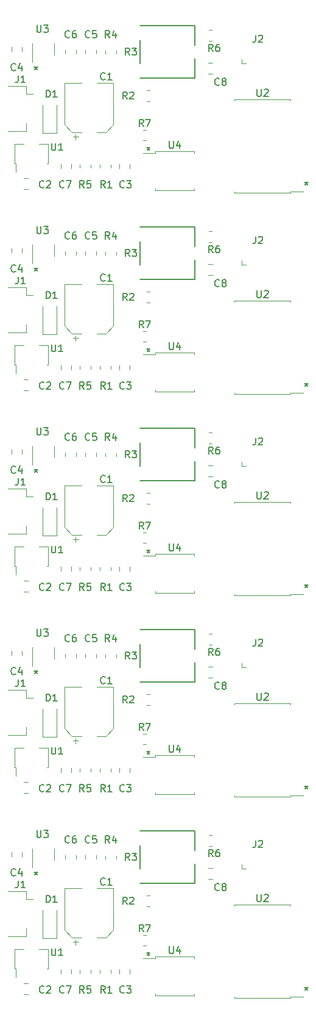
<source format=gto>
G04 #@! TF.GenerationSoftware,KiCad,Pcbnew,6.0.2+dfsg-1*
G04 #@! TF.CreationDate,2023-11-02T10:53:08-06:00*
G04 #@! TF.ProjectId,ckt-dingdong-flash-array,636b742d-6469-46e6-9764-6f6e672d666c,rev?*
G04 #@! TF.SameCoordinates,Original*
G04 #@! TF.FileFunction,Legend,Top*
G04 #@! TF.FilePolarity,Positive*
%FSLAX46Y46*%
G04 Gerber Fmt 4.6, Leading zero omitted, Abs format (unit mm)*
G04 Created by KiCad (PCBNEW 6.0.2+dfsg-1) date 2023-11-02 10:53:08*
%MOMM*%
%LPD*%
G01*
G04 APERTURE LIST*
%ADD10C,0.150000*%
%ADD11C,0.120000*%
%ADD12C,0.152400*%
G04 APERTURE END LIST*
D10*
X169963000Y-134260380D02*
X169963000Y-134498476D01*
X169724904Y-134403238D02*
X169963000Y-134498476D01*
X170201095Y-134403238D01*
X169820142Y-134688952D02*
X169963000Y-134498476D01*
X170105857Y-134688952D01*
X132371000Y-146198380D02*
X132371000Y-146436476D01*
X132132904Y-146341238D02*
X132371000Y-146436476D01*
X132609095Y-146341238D01*
X132228142Y-146626952D02*
X132371000Y-146436476D01*
X132513857Y-146626952D01*
X132371000Y-90318380D02*
X132371000Y-90556476D01*
X132132904Y-90461238D02*
X132371000Y-90556476D01*
X132609095Y-90461238D01*
X132228142Y-90746952D02*
X132371000Y-90556476D01*
X132513857Y-90746952D01*
X169963000Y-50440380D02*
X169963000Y-50678476D01*
X169724904Y-50583238D02*
X169963000Y-50678476D01*
X170201095Y-50583238D01*
X169820142Y-50868952D02*
X169963000Y-50678476D01*
X170105857Y-50868952D01*
X132371000Y-34438380D02*
X132371000Y-34676476D01*
X132132904Y-34581238D02*
X132371000Y-34676476D01*
X132609095Y-34581238D01*
X132228142Y-34866952D02*
X132371000Y-34676476D01*
X132513857Y-34866952D01*
X169963000Y-78380380D02*
X169963000Y-78618476D01*
X169724904Y-78523238D02*
X169963000Y-78618476D01*
X170201095Y-78523238D01*
X169820142Y-78808952D02*
X169963000Y-78618476D01*
X170105857Y-78808952D01*
X147992000Y-73554380D02*
X147992000Y-73792476D01*
X147753904Y-73697238D02*
X147992000Y-73792476D01*
X148230095Y-73697238D01*
X147849142Y-73982952D02*
X147992000Y-73792476D01*
X148134857Y-73982952D01*
X147992000Y-157374380D02*
X147992000Y-157612476D01*
X147753904Y-157517238D02*
X147992000Y-157612476D01*
X148230095Y-157517238D01*
X147849142Y-157802952D02*
X147992000Y-157612476D01*
X148134857Y-157802952D01*
X147992000Y-129434380D02*
X147992000Y-129672476D01*
X147753904Y-129577238D02*
X147992000Y-129672476D01*
X148230095Y-129577238D01*
X147849142Y-129862952D02*
X147992000Y-129672476D01*
X148134857Y-129862952D01*
X132371000Y-62378380D02*
X132371000Y-62616476D01*
X132132904Y-62521238D02*
X132371000Y-62616476D01*
X132609095Y-62521238D01*
X132228142Y-62806952D02*
X132371000Y-62616476D01*
X132513857Y-62806952D01*
X169963000Y-162200380D02*
X169963000Y-162438476D01*
X169724904Y-162343238D02*
X169963000Y-162438476D01*
X170201095Y-162343238D01*
X169820142Y-162628952D02*
X169963000Y-162438476D01*
X170105857Y-162628952D01*
X169963000Y-106320380D02*
X169963000Y-106558476D01*
X169724904Y-106463238D02*
X169963000Y-106558476D01*
X170201095Y-106463238D01*
X169820142Y-106748952D02*
X169963000Y-106558476D01*
X170105857Y-106748952D01*
X147992000Y-101494380D02*
X147992000Y-101732476D01*
X147753904Y-101637238D02*
X147992000Y-101732476D01*
X148230095Y-101637238D01*
X147849142Y-101922952D02*
X147992000Y-101732476D01*
X148134857Y-101922952D01*
X132371000Y-118258380D02*
X132371000Y-118496476D01*
X132132904Y-118401238D02*
X132371000Y-118496476D01*
X132609095Y-118401238D01*
X132228142Y-118686952D02*
X132371000Y-118496476D01*
X132513857Y-118686952D01*
X147992000Y-45614380D02*
X147992000Y-45852476D01*
X147753904Y-45757238D02*
X147992000Y-45852476D01*
X148230095Y-45757238D01*
X147849142Y-46042952D02*
X147992000Y-45852476D01*
X148134857Y-46042952D01*
X129537333Y-118782142D02*
X129489714Y-118829761D01*
X129346857Y-118877380D01*
X129251619Y-118877380D01*
X129108761Y-118829761D01*
X129013523Y-118734523D01*
X128965904Y-118639285D01*
X128918285Y-118448809D01*
X128918285Y-118305952D01*
X128965904Y-118115476D01*
X129013523Y-118020238D01*
X129108761Y-117925000D01*
X129251619Y-117877380D01*
X129346857Y-117877380D01*
X129489714Y-117925000D01*
X129537333Y-117972619D01*
X130394476Y-118210714D02*
X130394476Y-118877380D01*
X130156380Y-117829761D02*
X129918285Y-118544047D01*
X130537333Y-118544047D01*
X147317333Y-98684380D02*
X146984000Y-98208190D01*
X146745904Y-98684380D02*
X146745904Y-97684380D01*
X147126857Y-97684380D01*
X147222095Y-97732000D01*
X147269714Y-97779619D01*
X147317333Y-97874857D01*
X147317333Y-98017714D01*
X147269714Y-98112952D01*
X147222095Y-98160571D01*
X147126857Y-98208190D01*
X146745904Y-98208190D01*
X147650666Y-97684380D02*
X148317333Y-97684380D01*
X147888761Y-98684380D01*
X136268333Y-162978142D02*
X136220714Y-163025761D01*
X136077857Y-163073380D01*
X135982619Y-163073380D01*
X135839761Y-163025761D01*
X135744523Y-162930523D01*
X135696904Y-162835285D01*
X135649285Y-162644809D01*
X135649285Y-162501952D01*
X135696904Y-162311476D01*
X135744523Y-162216238D01*
X135839761Y-162121000D01*
X135982619Y-162073380D01*
X136077857Y-162073380D01*
X136220714Y-162121000D01*
X136268333Y-162168619D01*
X136601666Y-162073380D02*
X137268333Y-162073380D01*
X136839761Y-163073380D01*
X145412333Y-32898380D02*
X145079000Y-32422190D01*
X144840904Y-32898380D02*
X144840904Y-31898380D01*
X145221857Y-31898380D01*
X145317095Y-31946000D01*
X145364714Y-31993619D01*
X145412333Y-32088857D01*
X145412333Y-32231714D01*
X145364714Y-32326952D01*
X145317095Y-32374571D01*
X145221857Y-32422190D01*
X144840904Y-32422190D01*
X145745666Y-31898380D02*
X146364714Y-31898380D01*
X146031380Y-32279333D01*
X146174238Y-32279333D01*
X146269476Y-32326952D01*
X146317095Y-32374571D01*
X146364714Y-32469809D01*
X146364714Y-32707904D01*
X146317095Y-32803142D01*
X146269476Y-32850761D01*
X146174238Y-32898380D01*
X145888523Y-32898380D01*
X145793285Y-32850761D01*
X145745666Y-32803142D01*
X163105095Y-37613380D02*
X163105095Y-38422904D01*
X163152714Y-38518142D01*
X163200333Y-38565761D01*
X163295571Y-38613380D01*
X163486047Y-38613380D01*
X163581285Y-38565761D01*
X163628904Y-38518142D01*
X163676523Y-38422904D01*
X163676523Y-37613380D01*
X164105095Y-37708619D02*
X164152714Y-37661000D01*
X164247952Y-37613380D01*
X164486047Y-37613380D01*
X164581285Y-37661000D01*
X164628904Y-37708619D01*
X164676523Y-37803857D01*
X164676523Y-37899095D01*
X164628904Y-38041952D01*
X164057476Y-38613380D01*
X164676523Y-38613380D01*
X136268333Y-135038142D02*
X136220714Y-135085761D01*
X136077857Y-135133380D01*
X135982619Y-135133380D01*
X135839761Y-135085761D01*
X135744523Y-134990523D01*
X135696904Y-134895285D01*
X135649285Y-134704809D01*
X135649285Y-134561952D01*
X135696904Y-134371476D01*
X135744523Y-134276238D01*
X135839761Y-134181000D01*
X135982619Y-134133380D01*
X136077857Y-134133380D01*
X136220714Y-134181000D01*
X136268333Y-134228619D01*
X136601666Y-134133380D02*
X137268333Y-134133380D01*
X136839761Y-135133380D01*
X133474333Y-79158142D02*
X133426714Y-79205761D01*
X133283857Y-79253380D01*
X133188619Y-79253380D01*
X133045761Y-79205761D01*
X132950523Y-79110523D01*
X132902904Y-79015285D01*
X132855285Y-78824809D01*
X132855285Y-78681952D01*
X132902904Y-78491476D01*
X132950523Y-78396238D01*
X133045761Y-78301000D01*
X133188619Y-78253380D01*
X133283857Y-78253380D01*
X133426714Y-78301000D01*
X133474333Y-78348619D01*
X133855285Y-78348619D02*
X133902904Y-78301000D01*
X133998142Y-78253380D01*
X134236238Y-78253380D01*
X134331476Y-78301000D01*
X134379095Y-78348619D01*
X134426714Y-78443857D01*
X134426714Y-78539095D01*
X134379095Y-78681952D01*
X133807666Y-79253380D01*
X134426714Y-79253380D01*
X129537333Y-90842142D02*
X129489714Y-90889761D01*
X129346857Y-90937380D01*
X129251619Y-90937380D01*
X129108761Y-90889761D01*
X129013523Y-90794523D01*
X128965904Y-90699285D01*
X128918285Y-90508809D01*
X128918285Y-90365952D01*
X128965904Y-90175476D01*
X129013523Y-90080238D01*
X129108761Y-89985000D01*
X129251619Y-89937380D01*
X129346857Y-89937380D01*
X129489714Y-89985000D01*
X129537333Y-90032619D01*
X130394476Y-90270714D02*
X130394476Y-90937380D01*
X130156380Y-89889761D02*
X129918285Y-90604047D01*
X130537333Y-90604047D01*
X133791904Y-66680380D02*
X133791904Y-65680380D01*
X134030000Y-65680380D01*
X134172857Y-65728000D01*
X134268095Y-65823238D01*
X134315714Y-65918476D01*
X134363333Y-66108952D01*
X134363333Y-66251809D01*
X134315714Y-66442285D01*
X134268095Y-66537523D01*
X134172857Y-66632761D01*
X134030000Y-66680380D01*
X133791904Y-66680380D01*
X135315714Y-66680380D02*
X134744285Y-66680380D01*
X135030000Y-66680380D02*
X135030000Y-65680380D01*
X134934761Y-65823238D01*
X134839523Y-65918476D01*
X134744285Y-65966095D01*
X133791904Y-150500380D02*
X133791904Y-149500380D01*
X134030000Y-149500380D01*
X134172857Y-149548000D01*
X134268095Y-149643238D01*
X134315714Y-149738476D01*
X134363333Y-149928952D01*
X134363333Y-150071809D01*
X134315714Y-150262285D01*
X134268095Y-150357523D01*
X134172857Y-150452761D01*
X134030000Y-150500380D01*
X133791904Y-150500380D01*
X135315714Y-150500380D02*
X134744285Y-150500380D01*
X135030000Y-150500380D02*
X135030000Y-149500380D01*
X134934761Y-149643238D01*
X134839523Y-149738476D01*
X134744285Y-149786095D01*
X162898666Y-58060380D02*
X162898666Y-58774666D01*
X162851047Y-58917523D01*
X162755809Y-59012761D01*
X162612952Y-59060380D01*
X162517714Y-59060380D01*
X163327238Y-58155619D02*
X163374857Y-58108000D01*
X163470095Y-58060380D01*
X163708190Y-58060380D01*
X163803428Y-58108000D01*
X163851047Y-58155619D01*
X163898666Y-58250857D01*
X163898666Y-58346095D01*
X163851047Y-58488952D01*
X163279619Y-59060380D01*
X163898666Y-59060380D01*
X163105095Y-121433380D02*
X163105095Y-122242904D01*
X163152714Y-122338142D01*
X163200333Y-122385761D01*
X163295571Y-122433380D01*
X163486047Y-122433380D01*
X163581285Y-122385761D01*
X163628904Y-122338142D01*
X163676523Y-122242904D01*
X163676523Y-121433380D01*
X164105095Y-121528619D02*
X164152714Y-121481000D01*
X164247952Y-121433380D01*
X164486047Y-121433380D01*
X164581285Y-121481000D01*
X164628904Y-121528619D01*
X164676523Y-121623857D01*
X164676523Y-121719095D01*
X164628904Y-121861952D01*
X164057476Y-122433380D01*
X164676523Y-122433380D01*
X156969333Y-60330380D02*
X156636000Y-59854190D01*
X156397904Y-60330380D02*
X156397904Y-59330380D01*
X156778857Y-59330380D01*
X156874095Y-59378000D01*
X156921714Y-59425619D01*
X156969333Y-59520857D01*
X156969333Y-59663714D01*
X156921714Y-59758952D01*
X156874095Y-59806571D01*
X156778857Y-59854190D01*
X156397904Y-59854190D01*
X157826476Y-59330380D02*
X157636000Y-59330380D01*
X157540761Y-59378000D01*
X157493142Y-59425619D01*
X157397904Y-59568476D01*
X157350285Y-59758952D01*
X157350285Y-60139904D01*
X157397904Y-60235142D01*
X157445523Y-60282761D01*
X157540761Y-60330380D01*
X157731238Y-60330380D01*
X157826476Y-60282761D01*
X157874095Y-60235142D01*
X157921714Y-60139904D01*
X157921714Y-59901809D01*
X157874095Y-59806571D01*
X157826476Y-59758952D01*
X157731238Y-59711333D01*
X157540761Y-59711333D01*
X157445523Y-59758952D01*
X157397904Y-59806571D01*
X157350285Y-59901809D01*
X133791904Y-38740380D02*
X133791904Y-37740380D01*
X134030000Y-37740380D01*
X134172857Y-37788000D01*
X134268095Y-37883238D01*
X134315714Y-37978476D01*
X134363333Y-38168952D01*
X134363333Y-38311809D01*
X134315714Y-38502285D01*
X134268095Y-38597523D01*
X134172857Y-38692761D01*
X134030000Y-38740380D01*
X133791904Y-38740380D01*
X135315714Y-38740380D02*
X134744285Y-38740380D01*
X135030000Y-38740380D02*
X135030000Y-37740380D01*
X134934761Y-37883238D01*
X134839523Y-37978476D01*
X134744285Y-38026095D01*
X139062333Y-135133380D02*
X138729000Y-134657190D01*
X138490904Y-135133380D02*
X138490904Y-134133380D01*
X138871857Y-134133380D01*
X138967095Y-134181000D01*
X139014714Y-134228619D01*
X139062333Y-134323857D01*
X139062333Y-134466714D01*
X139014714Y-134561952D01*
X138967095Y-134609571D01*
X138871857Y-134657190D01*
X138490904Y-134657190D01*
X139967095Y-134133380D02*
X139490904Y-134133380D01*
X139443285Y-134609571D01*
X139490904Y-134561952D01*
X139586142Y-134514333D01*
X139824238Y-134514333D01*
X139919476Y-134561952D01*
X139967095Y-134609571D01*
X140014714Y-134704809D01*
X140014714Y-134942904D01*
X139967095Y-135038142D01*
X139919476Y-135085761D01*
X139824238Y-135133380D01*
X139586142Y-135133380D01*
X139490904Y-135085761D01*
X139443285Y-135038142D01*
X150913095Y-72788380D02*
X150913095Y-73597904D01*
X150960714Y-73693142D01*
X151008333Y-73740761D01*
X151103571Y-73788380D01*
X151294047Y-73788380D01*
X151389285Y-73740761D01*
X151436904Y-73693142D01*
X151484523Y-73597904D01*
X151484523Y-72788380D01*
X152389285Y-73121714D02*
X152389285Y-73788380D01*
X152151190Y-72740761D02*
X151913095Y-73455047D01*
X152532142Y-73455047D01*
X142618333Y-114325380D02*
X142285000Y-113849190D01*
X142046904Y-114325380D02*
X142046904Y-113325380D01*
X142427857Y-113325380D01*
X142523095Y-113373000D01*
X142570714Y-113420619D01*
X142618333Y-113515857D01*
X142618333Y-113658714D01*
X142570714Y-113753952D01*
X142523095Y-113801571D01*
X142427857Y-113849190D01*
X142046904Y-113849190D01*
X143475476Y-113658714D02*
X143475476Y-114325380D01*
X143237380Y-113277761D02*
X142999285Y-113992047D01*
X143618333Y-113992047D01*
X145031333Y-38994380D02*
X144698000Y-38518190D01*
X144459904Y-38994380D02*
X144459904Y-37994380D01*
X144840857Y-37994380D01*
X144936095Y-38042000D01*
X144983714Y-38089619D01*
X145031333Y-38184857D01*
X145031333Y-38327714D01*
X144983714Y-38422952D01*
X144936095Y-38470571D01*
X144840857Y-38518190D01*
X144459904Y-38518190D01*
X145412285Y-38089619D02*
X145459904Y-38042000D01*
X145555142Y-37994380D01*
X145793238Y-37994380D01*
X145888476Y-38042000D01*
X145936095Y-38089619D01*
X145983714Y-38184857D01*
X145983714Y-38280095D01*
X145936095Y-38422952D01*
X145364666Y-38994380D01*
X145983714Y-38994380D01*
X145031333Y-150754380D02*
X144698000Y-150278190D01*
X144459904Y-150754380D02*
X144459904Y-149754380D01*
X144840857Y-149754380D01*
X144936095Y-149802000D01*
X144983714Y-149849619D01*
X145031333Y-149944857D01*
X145031333Y-150087714D01*
X144983714Y-150182952D01*
X144936095Y-150230571D01*
X144840857Y-150278190D01*
X144459904Y-150278190D01*
X145412285Y-149849619D02*
X145459904Y-149802000D01*
X145555142Y-149754380D01*
X145793238Y-149754380D01*
X145888476Y-149802000D01*
X145936095Y-149849619D01*
X145983714Y-149944857D01*
X145983714Y-150040095D01*
X145936095Y-150182952D01*
X145364666Y-150754380D01*
X145983714Y-150754380D01*
X145412333Y-144658380D02*
X145079000Y-144182190D01*
X144840904Y-144658380D02*
X144840904Y-143658380D01*
X145221857Y-143658380D01*
X145317095Y-143706000D01*
X145364714Y-143753619D01*
X145412333Y-143848857D01*
X145412333Y-143991714D01*
X145364714Y-144086952D01*
X145317095Y-144134571D01*
X145221857Y-144182190D01*
X144840904Y-144182190D01*
X145745666Y-143658380D02*
X146364714Y-143658380D01*
X146031380Y-144039333D01*
X146174238Y-144039333D01*
X146269476Y-144086952D01*
X146317095Y-144134571D01*
X146364714Y-144229809D01*
X146364714Y-144467904D01*
X146317095Y-144563142D01*
X146269476Y-144610761D01*
X146174238Y-144658380D01*
X145888523Y-144658380D01*
X145793285Y-144610761D01*
X145745666Y-144563142D01*
X157858333Y-148754142D02*
X157810714Y-148801761D01*
X157667857Y-148849380D01*
X157572619Y-148849380D01*
X157429761Y-148801761D01*
X157334523Y-148706523D01*
X157286904Y-148611285D01*
X157239285Y-148420809D01*
X157239285Y-148277952D01*
X157286904Y-148087476D01*
X157334523Y-147992238D01*
X157429761Y-147897000D01*
X157572619Y-147849380D01*
X157667857Y-147849380D01*
X157810714Y-147897000D01*
X157858333Y-147944619D01*
X158429761Y-148277952D02*
X158334523Y-148230333D01*
X158286904Y-148182714D01*
X158239285Y-148087476D01*
X158239285Y-148039857D01*
X158286904Y-147944619D01*
X158334523Y-147897000D01*
X158429761Y-147849380D01*
X158620238Y-147849380D01*
X158715476Y-147897000D01*
X158763095Y-147944619D01*
X158810714Y-148039857D01*
X158810714Y-148087476D01*
X158763095Y-148182714D01*
X158715476Y-148230333D01*
X158620238Y-148277952D01*
X158429761Y-148277952D01*
X158334523Y-148325571D01*
X158286904Y-148373190D01*
X158239285Y-148468428D01*
X158239285Y-148658904D01*
X158286904Y-148754142D01*
X158334523Y-148801761D01*
X158429761Y-148849380D01*
X158620238Y-148849380D01*
X158715476Y-148801761D01*
X158763095Y-148754142D01*
X158810714Y-148658904D01*
X158810714Y-148468428D01*
X158763095Y-148373190D01*
X158715476Y-148325571D01*
X158620238Y-148277952D01*
X156969333Y-88270380D02*
X156636000Y-87794190D01*
X156397904Y-88270380D02*
X156397904Y-87270380D01*
X156778857Y-87270380D01*
X156874095Y-87318000D01*
X156921714Y-87365619D01*
X156969333Y-87460857D01*
X156969333Y-87603714D01*
X156921714Y-87698952D01*
X156874095Y-87746571D01*
X156778857Y-87794190D01*
X156397904Y-87794190D01*
X157826476Y-87270380D02*
X157636000Y-87270380D01*
X157540761Y-87318000D01*
X157493142Y-87365619D01*
X157397904Y-87508476D01*
X157350285Y-87698952D01*
X157350285Y-88079904D01*
X157397904Y-88175142D01*
X157445523Y-88222761D01*
X157540761Y-88270380D01*
X157731238Y-88270380D01*
X157826476Y-88222761D01*
X157874095Y-88175142D01*
X157921714Y-88079904D01*
X157921714Y-87841809D01*
X157874095Y-87746571D01*
X157826476Y-87698952D01*
X157731238Y-87651333D01*
X157540761Y-87651333D01*
X157445523Y-87698952D01*
X157397904Y-87746571D01*
X157350285Y-87841809D01*
X157858333Y-120814142D02*
X157810714Y-120861761D01*
X157667857Y-120909380D01*
X157572619Y-120909380D01*
X157429761Y-120861761D01*
X157334523Y-120766523D01*
X157286904Y-120671285D01*
X157239285Y-120480809D01*
X157239285Y-120337952D01*
X157286904Y-120147476D01*
X157334523Y-120052238D01*
X157429761Y-119957000D01*
X157572619Y-119909380D01*
X157667857Y-119909380D01*
X157810714Y-119957000D01*
X157858333Y-120004619D01*
X158429761Y-120337952D02*
X158334523Y-120290333D01*
X158286904Y-120242714D01*
X158239285Y-120147476D01*
X158239285Y-120099857D01*
X158286904Y-120004619D01*
X158334523Y-119957000D01*
X158429761Y-119909380D01*
X158620238Y-119909380D01*
X158715476Y-119957000D01*
X158763095Y-120004619D01*
X158810714Y-120099857D01*
X158810714Y-120147476D01*
X158763095Y-120242714D01*
X158715476Y-120290333D01*
X158620238Y-120337952D01*
X158429761Y-120337952D01*
X158334523Y-120385571D01*
X158286904Y-120433190D01*
X158239285Y-120528428D01*
X158239285Y-120718904D01*
X158286904Y-120814142D01*
X158334523Y-120861761D01*
X158429761Y-120909380D01*
X158620238Y-120909380D01*
X158715476Y-120861761D01*
X158763095Y-120814142D01*
X158810714Y-120718904D01*
X158810714Y-120528428D01*
X158763095Y-120433190D01*
X158715476Y-120385571D01*
X158620238Y-120337952D01*
X157858333Y-36994142D02*
X157810714Y-37041761D01*
X157667857Y-37089380D01*
X157572619Y-37089380D01*
X157429761Y-37041761D01*
X157334523Y-36946523D01*
X157286904Y-36851285D01*
X157239285Y-36660809D01*
X157239285Y-36517952D01*
X157286904Y-36327476D01*
X157334523Y-36232238D01*
X157429761Y-36137000D01*
X157572619Y-36089380D01*
X157667857Y-36089380D01*
X157810714Y-36137000D01*
X157858333Y-36184619D01*
X158429761Y-36517952D02*
X158334523Y-36470333D01*
X158286904Y-36422714D01*
X158239285Y-36327476D01*
X158239285Y-36279857D01*
X158286904Y-36184619D01*
X158334523Y-36137000D01*
X158429761Y-36089380D01*
X158620238Y-36089380D01*
X158715476Y-36137000D01*
X158763095Y-36184619D01*
X158810714Y-36279857D01*
X158810714Y-36327476D01*
X158763095Y-36422714D01*
X158715476Y-36470333D01*
X158620238Y-36517952D01*
X158429761Y-36517952D01*
X158334523Y-36565571D01*
X158286904Y-36613190D01*
X158239285Y-36708428D01*
X158239285Y-36898904D01*
X158286904Y-36994142D01*
X158334523Y-37041761D01*
X158429761Y-37089380D01*
X158620238Y-37089380D01*
X158715476Y-37041761D01*
X158763095Y-36994142D01*
X158810714Y-36898904D01*
X158810714Y-36708428D01*
X158763095Y-36613190D01*
X158715476Y-36565571D01*
X158620238Y-36517952D01*
X163105095Y-93493380D02*
X163105095Y-94302904D01*
X163152714Y-94398142D01*
X163200333Y-94445761D01*
X163295571Y-94493380D01*
X163486047Y-94493380D01*
X163581285Y-94445761D01*
X163628904Y-94398142D01*
X163676523Y-94302904D01*
X163676523Y-93493380D01*
X164105095Y-93588619D02*
X164152714Y-93541000D01*
X164247952Y-93493380D01*
X164486047Y-93493380D01*
X164581285Y-93541000D01*
X164628904Y-93588619D01*
X164676523Y-93683857D01*
X164676523Y-93779095D01*
X164628904Y-93921952D01*
X164057476Y-94493380D01*
X164676523Y-94493380D01*
X136268333Y-79158142D02*
X136220714Y-79205761D01*
X136077857Y-79253380D01*
X135982619Y-79253380D01*
X135839761Y-79205761D01*
X135744523Y-79110523D01*
X135696904Y-79015285D01*
X135649285Y-78824809D01*
X135649285Y-78681952D01*
X135696904Y-78491476D01*
X135744523Y-78396238D01*
X135839761Y-78301000D01*
X135982619Y-78253380D01*
X136077857Y-78253380D01*
X136220714Y-78301000D01*
X136268333Y-78348619D01*
X136601666Y-78253380D02*
X137268333Y-78253380D01*
X136839761Y-79253380D01*
X163105095Y-149373380D02*
X163105095Y-150182904D01*
X163152714Y-150278142D01*
X163200333Y-150325761D01*
X163295571Y-150373380D01*
X163486047Y-150373380D01*
X163581285Y-150325761D01*
X163628904Y-150278142D01*
X163676523Y-150182904D01*
X163676523Y-149373380D01*
X164105095Y-149468619D02*
X164152714Y-149421000D01*
X164247952Y-149373380D01*
X164486047Y-149373380D01*
X164581285Y-149421000D01*
X164628904Y-149468619D01*
X164676523Y-149563857D01*
X164676523Y-149659095D01*
X164628904Y-149801952D01*
X164057476Y-150373380D01*
X164676523Y-150373380D01*
X162898666Y-141880380D02*
X162898666Y-142594666D01*
X162851047Y-142737523D01*
X162755809Y-142832761D01*
X162612952Y-142880380D01*
X162517714Y-142880380D01*
X163327238Y-141975619D02*
X163374857Y-141928000D01*
X163470095Y-141880380D01*
X163708190Y-141880380D01*
X163803428Y-141928000D01*
X163851047Y-141975619D01*
X163898666Y-142070857D01*
X163898666Y-142166095D01*
X163851047Y-142308952D01*
X163279619Y-142880380D01*
X163898666Y-142880380D01*
X139062333Y-163073380D02*
X138729000Y-162597190D01*
X138490904Y-163073380D02*
X138490904Y-162073380D01*
X138871857Y-162073380D01*
X138967095Y-162121000D01*
X139014714Y-162168619D01*
X139062333Y-162263857D01*
X139062333Y-162406714D01*
X139014714Y-162501952D01*
X138967095Y-162549571D01*
X138871857Y-162597190D01*
X138490904Y-162597190D01*
X139967095Y-162073380D02*
X139490904Y-162073380D01*
X139443285Y-162549571D01*
X139490904Y-162501952D01*
X139586142Y-162454333D01*
X139824238Y-162454333D01*
X139919476Y-162501952D01*
X139967095Y-162549571D01*
X140014714Y-162644809D01*
X140014714Y-162882904D01*
X139967095Y-162978142D01*
X139919476Y-163025761D01*
X139824238Y-163073380D01*
X139586142Y-163073380D01*
X139490904Y-163025761D01*
X139443285Y-162978142D01*
X141983333Y-120052142D02*
X141935714Y-120099761D01*
X141792857Y-120147380D01*
X141697619Y-120147380D01*
X141554761Y-120099761D01*
X141459523Y-120004523D01*
X141411904Y-119909285D01*
X141364285Y-119718809D01*
X141364285Y-119575952D01*
X141411904Y-119385476D01*
X141459523Y-119290238D01*
X141554761Y-119195000D01*
X141697619Y-119147380D01*
X141792857Y-119147380D01*
X141935714Y-119195000D01*
X141983333Y-119242619D01*
X142935714Y-120147380D02*
X142364285Y-120147380D01*
X142650000Y-120147380D02*
X142650000Y-119147380D01*
X142554761Y-119290238D01*
X142459523Y-119385476D01*
X142364285Y-119433095D01*
X141983333Y-147992142D02*
X141935714Y-148039761D01*
X141792857Y-148087380D01*
X141697619Y-148087380D01*
X141554761Y-148039761D01*
X141459523Y-147944523D01*
X141411904Y-147849285D01*
X141364285Y-147658809D01*
X141364285Y-147515952D01*
X141411904Y-147325476D01*
X141459523Y-147230238D01*
X141554761Y-147135000D01*
X141697619Y-147087380D01*
X141792857Y-147087380D01*
X141935714Y-147135000D01*
X141983333Y-147182619D01*
X142935714Y-148087380D02*
X142364285Y-148087380D01*
X142650000Y-148087380D02*
X142650000Y-147087380D01*
X142554761Y-147230238D01*
X142459523Y-147325476D01*
X142364285Y-147373095D01*
X141983333Y-36232142D02*
X141935714Y-36279761D01*
X141792857Y-36327380D01*
X141697619Y-36327380D01*
X141554761Y-36279761D01*
X141459523Y-36184523D01*
X141411904Y-36089285D01*
X141364285Y-35898809D01*
X141364285Y-35755952D01*
X141411904Y-35565476D01*
X141459523Y-35470238D01*
X141554761Y-35375000D01*
X141697619Y-35327380D01*
X141792857Y-35327380D01*
X141935714Y-35375000D01*
X141983333Y-35422619D01*
X142935714Y-36327380D02*
X142364285Y-36327380D01*
X142650000Y-36327380D02*
X142650000Y-35327380D01*
X142554761Y-35470238D01*
X142459523Y-35565476D01*
X142364285Y-35613095D01*
X133791904Y-94620380D02*
X133791904Y-93620380D01*
X134030000Y-93620380D01*
X134172857Y-93668000D01*
X134268095Y-93763238D01*
X134315714Y-93858476D01*
X134363333Y-94048952D01*
X134363333Y-94191809D01*
X134315714Y-94382285D01*
X134268095Y-94477523D01*
X134172857Y-94572761D01*
X134030000Y-94620380D01*
X133791904Y-94620380D01*
X135315714Y-94620380D02*
X134744285Y-94620380D01*
X135030000Y-94620380D02*
X135030000Y-93620380D01*
X134934761Y-93763238D01*
X134839523Y-93858476D01*
X134744285Y-93906095D01*
X157858333Y-64934142D02*
X157810714Y-64981761D01*
X157667857Y-65029380D01*
X157572619Y-65029380D01*
X157429761Y-64981761D01*
X157334523Y-64886523D01*
X157286904Y-64791285D01*
X157239285Y-64600809D01*
X157239285Y-64457952D01*
X157286904Y-64267476D01*
X157334523Y-64172238D01*
X157429761Y-64077000D01*
X157572619Y-64029380D01*
X157667857Y-64029380D01*
X157810714Y-64077000D01*
X157858333Y-64124619D01*
X158429761Y-64457952D02*
X158334523Y-64410333D01*
X158286904Y-64362714D01*
X158239285Y-64267476D01*
X158239285Y-64219857D01*
X158286904Y-64124619D01*
X158334523Y-64077000D01*
X158429761Y-64029380D01*
X158620238Y-64029380D01*
X158715476Y-64077000D01*
X158763095Y-64124619D01*
X158810714Y-64219857D01*
X158810714Y-64267476D01*
X158763095Y-64362714D01*
X158715476Y-64410333D01*
X158620238Y-64457952D01*
X158429761Y-64457952D01*
X158334523Y-64505571D01*
X158286904Y-64553190D01*
X158239285Y-64648428D01*
X158239285Y-64838904D01*
X158286904Y-64934142D01*
X158334523Y-64981761D01*
X158429761Y-65029380D01*
X158620238Y-65029380D01*
X158715476Y-64981761D01*
X158763095Y-64934142D01*
X158810714Y-64838904D01*
X158810714Y-64648428D01*
X158763095Y-64553190D01*
X158715476Y-64505571D01*
X158620238Y-64457952D01*
X139062333Y-107193380D02*
X138729000Y-106717190D01*
X138490904Y-107193380D02*
X138490904Y-106193380D01*
X138871857Y-106193380D01*
X138967095Y-106241000D01*
X139014714Y-106288619D01*
X139062333Y-106383857D01*
X139062333Y-106526714D01*
X139014714Y-106621952D01*
X138967095Y-106669571D01*
X138871857Y-106717190D01*
X138490904Y-106717190D01*
X139967095Y-106193380D02*
X139490904Y-106193380D01*
X139443285Y-106669571D01*
X139490904Y-106621952D01*
X139586142Y-106574333D01*
X139824238Y-106574333D01*
X139919476Y-106621952D01*
X139967095Y-106669571D01*
X140014714Y-106764809D01*
X140014714Y-107002904D01*
X139967095Y-107098142D01*
X139919476Y-107145761D01*
X139824238Y-107193380D01*
X139586142Y-107193380D01*
X139490904Y-107145761D01*
X139443285Y-107098142D01*
X145412333Y-60838380D02*
X145079000Y-60362190D01*
X144840904Y-60838380D02*
X144840904Y-59838380D01*
X145221857Y-59838380D01*
X145317095Y-59886000D01*
X145364714Y-59933619D01*
X145412333Y-60028857D01*
X145412333Y-60171714D01*
X145364714Y-60266952D01*
X145317095Y-60314571D01*
X145221857Y-60362190D01*
X144840904Y-60362190D01*
X145745666Y-59838380D02*
X146364714Y-59838380D01*
X146031380Y-60219333D01*
X146174238Y-60219333D01*
X146269476Y-60266952D01*
X146317095Y-60314571D01*
X146364714Y-60409809D01*
X146364714Y-60647904D01*
X146317095Y-60743142D01*
X146269476Y-60790761D01*
X146174238Y-60838380D01*
X145888523Y-60838380D01*
X145793285Y-60790761D01*
X145745666Y-60743142D01*
X129537333Y-62902142D02*
X129489714Y-62949761D01*
X129346857Y-62997380D01*
X129251619Y-62997380D01*
X129108761Y-62949761D01*
X129013523Y-62854523D01*
X128965904Y-62759285D01*
X128918285Y-62568809D01*
X128918285Y-62425952D01*
X128965904Y-62235476D01*
X129013523Y-62140238D01*
X129108761Y-62045000D01*
X129251619Y-61997380D01*
X129346857Y-61997380D01*
X129489714Y-62045000D01*
X129537333Y-62092619D01*
X130394476Y-62330714D02*
X130394476Y-62997380D01*
X130156380Y-61949761D02*
X129918285Y-62664047D01*
X130537333Y-62664047D01*
X142618333Y-30505380D02*
X142285000Y-30029190D01*
X142046904Y-30505380D02*
X142046904Y-29505380D01*
X142427857Y-29505380D01*
X142523095Y-29553000D01*
X142570714Y-29600619D01*
X142618333Y-29695857D01*
X142618333Y-29838714D01*
X142570714Y-29933952D01*
X142523095Y-29981571D01*
X142427857Y-30029190D01*
X142046904Y-30029190D01*
X143475476Y-29838714D02*
X143475476Y-30505380D01*
X143237380Y-29457761D02*
X142999285Y-30172047D01*
X143618333Y-30172047D01*
X142618333Y-58445380D02*
X142285000Y-57969190D01*
X142046904Y-58445380D02*
X142046904Y-57445380D01*
X142427857Y-57445380D01*
X142523095Y-57493000D01*
X142570714Y-57540619D01*
X142618333Y-57635857D01*
X142618333Y-57778714D01*
X142570714Y-57873952D01*
X142523095Y-57921571D01*
X142427857Y-57969190D01*
X142046904Y-57969190D01*
X143475476Y-57778714D02*
X143475476Y-58445380D01*
X143237380Y-57397761D02*
X142999285Y-58112047D01*
X143618333Y-58112047D01*
X145031333Y-94874380D02*
X144698000Y-94398190D01*
X144459904Y-94874380D02*
X144459904Y-93874380D01*
X144840857Y-93874380D01*
X144936095Y-93922000D01*
X144983714Y-93969619D01*
X145031333Y-94064857D01*
X145031333Y-94207714D01*
X144983714Y-94302952D01*
X144936095Y-94350571D01*
X144840857Y-94398190D01*
X144459904Y-94398190D01*
X145412285Y-93969619D02*
X145459904Y-93922000D01*
X145555142Y-93874380D01*
X145793238Y-93874380D01*
X145888476Y-93922000D01*
X145936095Y-93969619D01*
X145983714Y-94064857D01*
X145983714Y-94160095D01*
X145936095Y-94302952D01*
X145364666Y-94874380D01*
X145983714Y-94874380D01*
X150913095Y-156608380D02*
X150913095Y-157417904D01*
X150960714Y-157513142D01*
X151008333Y-157560761D01*
X151103571Y-157608380D01*
X151294047Y-157608380D01*
X151389285Y-157560761D01*
X151436904Y-157513142D01*
X151484523Y-157417904D01*
X151484523Y-156608380D01*
X152389285Y-156941714D02*
X152389285Y-157608380D01*
X152151190Y-156560761D02*
X151913095Y-157275047D01*
X152532142Y-157275047D01*
X129878674Y-91588391D02*
X129878674Y-92302677D01*
X129831055Y-92445534D01*
X129735817Y-92540772D01*
X129592960Y-92588391D01*
X129497722Y-92588391D01*
X130878674Y-92588391D02*
X130307246Y-92588391D01*
X130592960Y-92588391D02*
X130592960Y-91588391D01*
X130497722Y-91731249D01*
X130402484Y-91826487D01*
X130307246Y-91874106D01*
X134530095Y-128926380D02*
X134530095Y-129735904D01*
X134577714Y-129831142D01*
X134625333Y-129878761D01*
X134720571Y-129926380D01*
X134911047Y-129926380D01*
X135006285Y-129878761D01*
X135053904Y-129831142D01*
X135101523Y-129735904D01*
X135101523Y-128926380D01*
X136101523Y-129926380D02*
X135530095Y-129926380D01*
X135815809Y-129926380D02*
X135815809Y-128926380D01*
X135720571Y-129069238D01*
X135625333Y-129164476D01*
X135530095Y-129212095D01*
X162898666Y-30120380D02*
X162898666Y-30834666D01*
X162851047Y-30977523D01*
X162755809Y-31072761D01*
X162612952Y-31120380D01*
X162517714Y-31120380D01*
X163327238Y-30215619D02*
X163374857Y-30168000D01*
X163470095Y-30120380D01*
X163708190Y-30120380D01*
X163803428Y-30168000D01*
X163851047Y-30215619D01*
X163898666Y-30310857D01*
X163898666Y-30406095D01*
X163851047Y-30548952D01*
X163279619Y-31120380D01*
X163898666Y-31120380D01*
X144650333Y-135038142D02*
X144602714Y-135085761D01*
X144459857Y-135133380D01*
X144364619Y-135133380D01*
X144221761Y-135085761D01*
X144126523Y-134990523D01*
X144078904Y-134895285D01*
X144031285Y-134704809D01*
X144031285Y-134561952D01*
X144078904Y-134371476D01*
X144126523Y-134276238D01*
X144221761Y-134181000D01*
X144364619Y-134133380D01*
X144459857Y-134133380D01*
X144602714Y-134181000D01*
X144650333Y-134228619D01*
X144983666Y-134133380D02*
X145602714Y-134133380D01*
X145269380Y-134514333D01*
X145412238Y-134514333D01*
X145507476Y-134561952D01*
X145555095Y-134609571D01*
X145602714Y-134704809D01*
X145602714Y-134942904D01*
X145555095Y-135038142D01*
X145507476Y-135085761D01*
X145412238Y-135133380D01*
X145126523Y-135133380D01*
X145031285Y-135085761D01*
X144983666Y-135038142D01*
X141983333Y-64172142D02*
X141935714Y-64219761D01*
X141792857Y-64267380D01*
X141697619Y-64267380D01*
X141554761Y-64219761D01*
X141459523Y-64124523D01*
X141411904Y-64029285D01*
X141364285Y-63838809D01*
X141364285Y-63695952D01*
X141411904Y-63505476D01*
X141459523Y-63410238D01*
X141554761Y-63315000D01*
X141697619Y-63267380D01*
X141792857Y-63267380D01*
X141935714Y-63315000D01*
X141983333Y-63362619D01*
X142935714Y-64267380D02*
X142364285Y-64267380D01*
X142650000Y-64267380D02*
X142650000Y-63267380D01*
X142554761Y-63410238D01*
X142459523Y-63505476D01*
X142364285Y-63553095D01*
X163105095Y-65553380D02*
X163105095Y-66362904D01*
X163152714Y-66458142D01*
X163200333Y-66505761D01*
X163295571Y-66553380D01*
X163486047Y-66553380D01*
X163581285Y-66505761D01*
X163628904Y-66458142D01*
X163676523Y-66362904D01*
X163676523Y-65553380D01*
X164105095Y-65648619D02*
X164152714Y-65601000D01*
X164247952Y-65553380D01*
X164486047Y-65553380D01*
X164581285Y-65601000D01*
X164628904Y-65648619D01*
X164676523Y-65743857D01*
X164676523Y-65839095D01*
X164628904Y-65981952D01*
X164057476Y-66553380D01*
X164676523Y-66553380D01*
X144650333Y-79158142D02*
X144602714Y-79205761D01*
X144459857Y-79253380D01*
X144364619Y-79253380D01*
X144221761Y-79205761D01*
X144126523Y-79110523D01*
X144078904Y-79015285D01*
X144031285Y-78824809D01*
X144031285Y-78681952D01*
X144078904Y-78491476D01*
X144126523Y-78396238D01*
X144221761Y-78301000D01*
X144364619Y-78253380D01*
X144459857Y-78253380D01*
X144602714Y-78301000D01*
X144650333Y-78348619D01*
X144983666Y-78253380D02*
X145602714Y-78253380D01*
X145269380Y-78634333D01*
X145412238Y-78634333D01*
X145507476Y-78681952D01*
X145555095Y-78729571D01*
X145602714Y-78824809D01*
X145602714Y-79062904D01*
X145555095Y-79158142D01*
X145507476Y-79205761D01*
X145412238Y-79253380D01*
X145126523Y-79253380D01*
X145031285Y-79205761D01*
X144983666Y-79158142D01*
X150913095Y-44848380D02*
X150913095Y-45657904D01*
X150960714Y-45753142D01*
X151008333Y-45800761D01*
X151103571Y-45848380D01*
X151294047Y-45848380D01*
X151389285Y-45800761D01*
X151436904Y-45753142D01*
X151484523Y-45657904D01*
X151484523Y-44848380D01*
X152389285Y-45181714D02*
X152389285Y-45848380D01*
X152151190Y-44800761D02*
X151913095Y-45515047D01*
X152532142Y-45515047D01*
X129878666Y-35708380D02*
X129878666Y-36422666D01*
X129831047Y-36565523D01*
X129735809Y-36660761D01*
X129592952Y-36708380D01*
X129497714Y-36708380D01*
X130878666Y-36708380D02*
X130307238Y-36708380D01*
X130592952Y-36708380D02*
X130592952Y-35708380D01*
X130497714Y-35851238D01*
X130402476Y-35946476D01*
X130307238Y-35994095D01*
X129537333Y-34962142D02*
X129489714Y-35009761D01*
X129346857Y-35057380D01*
X129251619Y-35057380D01*
X129108761Y-35009761D01*
X129013523Y-34914523D01*
X128965904Y-34819285D01*
X128918285Y-34628809D01*
X128918285Y-34485952D01*
X128965904Y-34295476D01*
X129013523Y-34200238D01*
X129108761Y-34105000D01*
X129251619Y-34057380D01*
X129346857Y-34057380D01*
X129489714Y-34105000D01*
X129537333Y-34152619D01*
X130394476Y-34390714D02*
X130394476Y-35057380D01*
X130156380Y-34009761D02*
X129918285Y-34724047D01*
X130537333Y-34724047D01*
X147317333Y-42804380D02*
X146984000Y-42328190D01*
X146745904Y-42804380D02*
X146745904Y-41804380D01*
X147126857Y-41804380D01*
X147222095Y-41852000D01*
X147269714Y-41899619D01*
X147317333Y-41994857D01*
X147317333Y-42137714D01*
X147269714Y-42232952D01*
X147222095Y-42280571D01*
X147126857Y-42328190D01*
X146745904Y-42328190D01*
X147650666Y-41804380D02*
X148317333Y-41804380D01*
X147888761Y-42804380D01*
X147317333Y-126624380D02*
X146984000Y-126148190D01*
X146745904Y-126624380D02*
X146745904Y-125624380D01*
X147126857Y-125624380D01*
X147222095Y-125672000D01*
X147269714Y-125719619D01*
X147317333Y-125814857D01*
X147317333Y-125957714D01*
X147269714Y-126052952D01*
X147222095Y-126100571D01*
X147126857Y-126148190D01*
X146745904Y-126148190D01*
X147650666Y-125624380D02*
X148317333Y-125624380D01*
X147888761Y-126624380D01*
X139062333Y-79253380D02*
X138729000Y-78777190D01*
X138490904Y-79253380D02*
X138490904Y-78253380D01*
X138871857Y-78253380D01*
X138967095Y-78301000D01*
X139014714Y-78348619D01*
X139062333Y-78443857D01*
X139062333Y-78586714D01*
X139014714Y-78681952D01*
X138967095Y-78729571D01*
X138871857Y-78777190D01*
X138490904Y-78777190D01*
X139967095Y-78253380D02*
X139490904Y-78253380D01*
X139443285Y-78729571D01*
X139490904Y-78681952D01*
X139586142Y-78634333D01*
X139824238Y-78634333D01*
X139919476Y-78681952D01*
X139967095Y-78729571D01*
X140014714Y-78824809D01*
X140014714Y-79062904D01*
X139967095Y-79158142D01*
X139919476Y-79205761D01*
X139824238Y-79253380D01*
X139586142Y-79253380D01*
X139490904Y-79205761D01*
X139443285Y-79158142D01*
X134530095Y-73046380D02*
X134530095Y-73855904D01*
X134577714Y-73951142D01*
X134625333Y-73998761D01*
X134720571Y-74046380D01*
X134911047Y-74046380D01*
X135006285Y-73998761D01*
X135053904Y-73951142D01*
X135101523Y-73855904D01*
X135101523Y-73046380D01*
X136101523Y-74046380D02*
X135530095Y-74046380D01*
X135815809Y-74046380D02*
X135815809Y-73046380D01*
X135720571Y-73189238D01*
X135625333Y-73284476D01*
X135530095Y-73332095D01*
X139853333Y-142170142D02*
X139805714Y-142217761D01*
X139662857Y-142265380D01*
X139567619Y-142265380D01*
X139424761Y-142217761D01*
X139329523Y-142122523D01*
X139281904Y-142027285D01*
X139234285Y-141836809D01*
X139234285Y-141693952D01*
X139281904Y-141503476D01*
X139329523Y-141408238D01*
X139424761Y-141313000D01*
X139567619Y-141265380D01*
X139662857Y-141265380D01*
X139805714Y-141313000D01*
X139853333Y-141360619D01*
X140758095Y-141265380D02*
X140281904Y-141265380D01*
X140234285Y-141741571D01*
X140281904Y-141693952D01*
X140377142Y-141646333D01*
X140615238Y-141646333D01*
X140710476Y-141693952D01*
X140758095Y-141741571D01*
X140805714Y-141836809D01*
X140805714Y-142074904D01*
X140758095Y-142170142D01*
X140710476Y-142217761D01*
X140615238Y-142265380D01*
X140377142Y-142265380D01*
X140281904Y-142217761D01*
X140234285Y-142170142D01*
X137030333Y-58350142D02*
X136982714Y-58397761D01*
X136839857Y-58445380D01*
X136744619Y-58445380D01*
X136601761Y-58397761D01*
X136506523Y-58302523D01*
X136458904Y-58207285D01*
X136411285Y-58016809D01*
X136411285Y-57873952D01*
X136458904Y-57683476D01*
X136506523Y-57588238D01*
X136601761Y-57493000D01*
X136744619Y-57445380D01*
X136839857Y-57445380D01*
X136982714Y-57493000D01*
X137030333Y-57540619D01*
X137887476Y-57445380D02*
X137697000Y-57445380D01*
X137601761Y-57493000D01*
X137554142Y-57540619D01*
X137458904Y-57683476D01*
X137411285Y-57873952D01*
X137411285Y-58254904D01*
X137458904Y-58350142D01*
X137506523Y-58397761D01*
X137601761Y-58445380D01*
X137792238Y-58445380D01*
X137887476Y-58397761D01*
X137935095Y-58350142D01*
X137982714Y-58254904D01*
X137982714Y-58016809D01*
X137935095Y-57921571D01*
X137887476Y-57873952D01*
X137792238Y-57826333D01*
X137601761Y-57826333D01*
X137506523Y-57873952D01*
X137458904Y-57921571D01*
X137411285Y-58016809D01*
X133791904Y-122560380D02*
X133791904Y-121560380D01*
X134030000Y-121560380D01*
X134172857Y-121608000D01*
X134268095Y-121703238D01*
X134315714Y-121798476D01*
X134363333Y-121988952D01*
X134363333Y-122131809D01*
X134315714Y-122322285D01*
X134268095Y-122417523D01*
X134172857Y-122512761D01*
X134030000Y-122560380D01*
X133791904Y-122560380D01*
X135315714Y-122560380D02*
X134744285Y-122560380D01*
X135030000Y-122560380D02*
X135030000Y-121560380D01*
X134934761Y-121703238D01*
X134839523Y-121798476D01*
X134744285Y-121846095D01*
X156969333Y-32390380D02*
X156636000Y-31914190D01*
X156397904Y-32390380D02*
X156397904Y-31390380D01*
X156778857Y-31390380D01*
X156874095Y-31438000D01*
X156921714Y-31485619D01*
X156969333Y-31580857D01*
X156969333Y-31723714D01*
X156921714Y-31818952D01*
X156874095Y-31866571D01*
X156778857Y-31914190D01*
X156397904Y-31914190D01*
X157826476Y-31390380D02*
X157636000Y-31390380D01*
X157540761Y-31438000D01*
X157493142Y-31485619D01*
X157397904Y-31628476D01*
X157350285Y-31818952D01*
X157350285Y-32199904D01*
X157397904Y-32295142D01*
X157445523Y-32342761D01*
X157540761Y-32390380D01*
X157731238Y-32390380D01*
X157826476Y-32342761D01*
X157874095Y-32295142D01*
X157921714Y-32199904D01*
X157921714Y-31961809D01*
X157874095Y-31866571D01*
X157826476Y-31818952D01*
X157731238Y-31771333D01*
X157540761Y-31771333D01*
X157445523Y-31818952D01*
X157397904Y-31866571D01*
X157350285Y-31961809D01*
X150913095Y-128668380D02*
X150913095Y-129477904D01*
X150960714Y-129573142D01*
X151008333Y-129620761D01*
X151103571Y-129668380D01*
X151294047Y-129668380D01*
X151389285Y-129620761D01*
X151436904Y-129573142D01*
X151484523Y-129477904D01*
X151484523Y-128668380D01*
X152389285Y-129001714D02*
X152389285Y-129668380D01*
X152151190Y-128620761D02*
X151913095Y-129335047D01*
X152532142Y-129335047D01*
X129878674Y-63648391D02*
X129878674Y-64362677D01*
X129831055Y-64505534D01*
X129735817Y-64600772D01*
X129592960Y-64648391D01*
X129497722Y-64648391D01*
X130878674Y-64648391D02*
X130307246Y-64648391D01*
X130592960Y-64648391D02*
X130592960Y-63648391D01*
X130497722Y-63791249D01*
X130402484Y-63886487D01*
X130307246Y-63934106D01*
X142618333Y-142265380D02*
X142285000Y-141789190D01*
X142046904Y-142265380D02*
X142046904Y-141265380D01*
X142427857Y-141265380D01*
X142523095Y-141313000D01*
X142570714Y-141360619D01*
X142618333Y-141455857D01*
X142618333Y-141598714D01*
X142570714Y-141693952D01*
X142523095Y-141741571D01*
X142427857Y-141789190D01*
X142046904Y-141789190D01*
X143475476Y-141598714D02*
X143475476Y-142265380D01*
X143237380Y-141217761D02*
X142999285Y-141932047D01*
X143618333Y-141932047D01*
X141983333Y-51313380D02*
X141650000Y-50837190D01*
X141411904Y-51313380D02*
X141411904Y-50313380D01*
X141792857Y-50313380D01*
X141888095Y-50361000D01*
X141935714Y-50408619D01*
X141983333Y-50503857D01*
X141983333Y-50646714D01*
X141935714Y-50741952D01*
X141888095Y-50789571D01*
X141792857Y-50837190D01*
X141411904Y-50837190D01*
X142935714Y-51313380D02*
X142364285Y-51313380D01*
X142650000Y-51313380D02*
X142650000Y-50313380D01*
X142554761Y-50456238D01*
X142459523Y-50551476D01*
X142364285Y-50599095D01*
X145412333Y-116718380D02*
X145079000Y-116242190D01*
X144840904Y-116718380D02*
X144840904Y-115718380D01*
X145221857Y-115718380D01*
X145317095Y-115766000D01*
X145364714Y-115813619D01*
X145412333Y-115908857D01*
X145412333Y-116051714D01*
X145364714Y-116146952D01*
X145317095Y-116194571D01*
X145221857Y-116242190D01*
X144840904Y-116242190D01*
X145745666Y-115718380D02*
X146364714Y-115718380D01*
X146031380Y-116099333D01*
X146174238Y-116099333D01*
X146269476Y-116146952D01*
X146317095Y-116194571D01*
X146364714Y-116289809D01*
X146364714Y-116527904D01*
X146317095Y-116623142D01*
X146269476Y-116670761D01*
X146174238Y-116718380D01*
X145888523Y-116718380D01*
X145793285Y-116670761D01*
X145745666Y-116623142D01*
X137030333Y-30410142D02*
X136982714Y-30457761D01*
X136839857Y-30505380D01*
X136744619Y-30505380D01*
X136601761Y-30457761D01*
X136506523Y-30362523D01*
X136458904Y-30267285D01*
X136411285Y-30076809D01*
X136411285Y-29933952D01*
X136458904Y-29743476D01*
X136506523Y-29648238D01*
X136601761Y-29553000D01*
X136744619Y-29505380D01*
X136839857Y-29505380D01*
X136982714Y-29553000D01*
X137030333Y-29600619D01*
X137887476Y-29505380D02*
X137697000Y-29505380D01*
X137601761Y-29553000D01*
X137554142Y-29600619D01*
X137458904Y-29743476D01*
X137411285Y-29933952D01*
X137411285Y-30314904D01*
X137458904Y-30410142D01*
X137506523Y-30457761D01*
X137601761Y-30505380D01*
X137792238Y-30505380D01*
X137887476Y-30457761D01*
X137935095Y-30410142D01*
X137982714Y-30314904D01*
X137982714Y-30076809D01*
X137935095Y-29981571D01*
X137887476Y-29933952D01*
X137792238Y-29886333D01*
X137601761Y-29886333D01*
X137506523Y-29933952D01*
X137458904Y-29981571D01*
X137411285Y-30076809D01*
X157858333Y-92874142D02*
X157810714Y-92921761D01*
X157667857Y-92969380D01*
X157572619Y-92969380D01*
X157429761Y-92921761D01*
X157334523Y-92826523D01*
X157286904Y-92731285D01*
X157239285Y-92540809D01*
X157239285Y-92397952D01*
X157286904Y-92207476D01*
X157334523Y-92112238D01*
X157429761Y-92017000D01*
X157572619Y-91969380D01*
X157667857Y-91969380D01*
X157810714Y-92017000D01*
X157858333Y-92064619D01*
X158429761Y-92397952D02*
X158334523Y-92350333D01*
X158286904Y-92302714D01*
X158239285Y-92207476D01*
X158239285Y-92159857D01*
X158286904Y-92064619D01*
X158334523Y-92017000D01*
X158429761Y-91969380D01*
X158620238Y-91969380D01*
X158715476Y-92017000D01*
X158763095Y-92064619D01*
X158810714Y-92159857D01*
X158810714Y-92207476D01*
X158763095Y-92302714D01*
X158715476Y-92350333D01*
X158620238Y-92397952D01*
X158429761Y-92397952D01*
X158334523Y-92445571D01*
X158286904Y-92493190D01*
X158239285Y-92588428D01*
X158239285Y-92778904D01*
X158286904Y-92874142D01*
X158334523Y-92921761D01*
X158429761Y-92969380D01*
X158620238Y-92969380D01*
X158715476Y-92921761D01*
X158763095Y-92874142D01*
X158810714Y-92778904D01*
X158810714Y-92588428D01*
X158763095Y-92493190D01*
X158715476Y-92445571D01*
X158620238Y-92397952D01*
X139062333Y-51313380D02*
X138729000Y-50837190D01*
X138490904Y-51313380D02*
X138490904Y-50313380D01*
X138871857Y-50313380D01*
X138967095Y-50361000D01*
X139014714Y-50408619D01*
X139062333Y-50503857D01*
X139062333Y-50646714D01*
X139014714Y-50741952D01*
X138967095Y-50789571D01*
X138871857Y-50837190D01*
X138490904Y-50837190D01*
X139967095Y-50313380D02*
X139490904Y-50313380D01*
X139443285Y-50789571D01*
X139490904Y-50741952D01*
X139586142Y-50694333D01*
X139824238Y-50694333D01*
X139919476Y-50741952D01*
X139967095Y-50789571D01*
X140014714Y-50884809D01*
X140014714Y-51122904D01*
X139967095Y-51218142D01*
X139919476Y-51265761D01*
X139824238Y-51313380D01*
X139586142Y-51313380D01*
X139490904Y-51265761D01*
X139443285Y-51218142D01*
X136268333Y-51218142D02*
X136220714Y-51265761D01*
X136077857Y-51313380D01*
X135982619Y-51313380D01*
X135839761Y-51265761D01*
X135744523Y-51170523D01*
X135696904Y-51075285D01*
X135649285Y-50884809D01*
X135649285Y-50741952D01*
X135696904Y-50551476D01*
X135744523Y-50456238D01*
X135839761Y-50361000D01*
X135982619Y-50313380D01*
X136077857Y-50313380D01*
X136220714Y-50361000D01*
X136268333Y-50408619D01*
X136601666Y-50313380D02*
X137268333Y-50313380D01*
X136839761Y-51313380D01*
X141983333Y-163073380D02*
X141650000Y-162597190D01*
X141411904Y-163073380D02*
X141411904Y-162073380D01*
X141792857Y-162073380D01*
X141888095Y-162121000D01*
X141935714Y-162168619D01*
X141983333Y-162263857D01*
X141983333Y-162406714D01*
X141935714Y-162501952D01*
X141888095Y-162549571D01*
X141792857Y-162597190D01*
X141411904Y-162597190D01*
X142935714Y-163073380D02*
X142364285Y-163073380D01*
X142650000Y-163073380D02*
X142650000Y-162073380D01*
X142554761Y-162216238D01*
X142459523Y-162311476D01*
X142364285Y-162359095D01*
X136268333Y-107098142D02*
X136220714Y-107145761D01*
X136077857Y-107193380D01*
X135982619Y-107193380D01*
X135839761Y-107145761D01*
X135744523Y-107050523D01*
X135696904Y-106955285D01*
X135649285Y-106764809D01*
X135649285Y-106621952D01*
X135696904Y-106431476D01*
X135744523Y-106336238D01*
X135839761Y-106241000D01*
X135982619Y-106193380D01*
X136077857Y-106193380D01*
X136220714Y-106241000D01*
X136268333Y-106288619D01*
X136601666Y-106193380D02*
X137268333Y-106193380D01*
X136839761Y-107193380D01*
X134530095Y-156866380D02*
X134530095Y-157675904D01*
X134577714Y-157771142D01*
X134625333Y-157818761D01*
X134720571Y-157866380D01*
X134911047Y-157866380D01*
X135006285Y-157818761D01*
X135053904Y-157771142D01*
X135101523Y-157675904D01*
X135101523Y-156866380D01*
X136101523Y-157866380D02*
X135530095Y-157866380D01*
X135815809Y-157866380D02*
X135815809Y-156866380D01*
X135720571Y-157009238D01*
X135625333Y-157104476D01*
X135530095Y-157152095D01*
X144650333Y-51218142D02*
X144602714Y-51265761D01*
X144459857Y-51313380D01*
X144364619Y-51313380D01*
X144221761Y-51265761D01*
X144126523Y-51170523D01*
X144078904Y-51075285D01*
X144031285Y-50884809D01*
X144031285Y-50741952D01*
X144078904Y-50551476D01*
X144126523Y-50456238D01*
X144221761Y-50361000D01*
X144364619Y-50313380D01*
X144459857Y-50313380D01*
X144602714Y-50361000D01*
X144650333Y-50408619D01*
X144983666Y-50313380D02*
X145602714Y-50313380D01*
X145269380Y-50694333D01*
X145412238Y-50694333D01*
X145507476Y-50741952D01*
X145555095Y-50789571D01*
X145602714Y-50884809D01*
X145602714Y-51122904D01*
X145555095Y-51218142D01*
X145507476Y-51265761D01*
X145412238Y-51313380D01*
X145126523Y-51313380D01*
X145031285Y-51265761D01*
X144983666Y-51218142D01*
X137030333Y-114230142D02*
X136982714Y-114277761D01*
X136839857Y-114325380D01*
X136744619Y-114325380D01*
X136601761Y-114277761D01*
X136506523Y-114182523D01*
X136458904Y-114087285D01*
X136411285Y-113896809D01*
X136411285Y-113753952D01*
X136458904Y-113563476D01*
X136506523Y-113468238D01*
X136601761Y-113373000D01*
X136744619Y-113325380D01*
X136839857Y-113325380D01*
X136982714Y-113373000D01*
X137030333Y-113420619D01*
X137887476Y-113325380D02*
X137697000Y-113325380D01*
X137601761Y-113373000D01*
X137554142Y-113420619D01*
X137458904Y-113563476D01*
X137411285Y-113753952D01*
X137411285Y-114134904D01*
X137458904Y-114230142D01*
X137506523Y-114277761D01*
X137601761Y-114325380D01*
X137792238Y-114325380D01*
X137887476Y-114277761D01*
X137935095Y-114230142D01*
X137982714Y-114134904D01*
X137982714Y-113896809D01*
X137935095Y-113801571D01*
X137887476Y-113753952D01*
X137792238Y-113706333D01*
X137601761Y-113706333D01*
X137506523Y-113753952D01*
X137458904Y-113801571D01*
X137411285Y-113896809D01*
X141983333Y-135133380D02*
X141650000Y-134657190D01*
X141411904Y-135133380D02*
X141411904Y-134133380D01*
X141792857Y-134133380D01*
X141888095Y-134181000D01*
X141935714Y-134228619D01*
X141983333Y-134323857D01*
X141983333Y-134466714D01*
X141935714Y-134561952D01*
X141888095Y-134609571D01*
X141792857Y-134657190D01*
X141411904Y-134657190D01*
X142935714Y-135133380D02*
X142364285Y-135133380D01*
X142650000Y-135133380D02*
X142650000Y-134133380D01*
X142554761Y-134276238D01*
X142459523Y-134371476D01*
X142364285Y-134419095D01*
X132498095Y-84603380D02*
X132498095Y-85412904D01*
X132545714Y-85508142D01*
X132593333Y-85555761D01*
X132688571Y-85603380D01*
X132879047Y-85603380D01*
X132974285Y-85555761D01*
X133021904Y-85508142D01*
X133069523Y-85412904D01*
X133069523Y-84603380D01*
X133450476Y-84603380D02*
X134069523Y-84603380D01*
X133736190Y-84984333D01*
X133879047Y-84984333D01*
X133974285Y-85031952D01*
X134021904Y-85079571D01*
X134069523Y-85174809D01*
X134069523Y-85412904D01*
X134021904Y-85508142D01*
X133974285Y-85555761D01*
X133879047Y-85603380D01*
X133593333Y-85603380D01*
X133498095Y-85555761D01*
X133450476Y-85508142D01*
X141983333Y-107193380D02*
X141650000Y-106717190D01*
X141411904Y-107193380D02*
X141411904Y-106193380D01*
X141792857Y-106193380D01*
X141888095Y-106241000D01*
X141935714Y-106288619D01*
X141983333Y-106383857D01*
X141983333Y-106526714D01*
X141935714Y-106621952D01*
X141888095Y-106669571D01*
X141792857Y-106717190D01*
X141411904Y-106717190D01*
X142935714Y-107193380D02*
X142364285Y-107193380D01*
X142650000Y-107193380D02*
X142650000Y-106193380D01*
X142554761Y-106336238D01*
X142459523Y-106431476D01*
X142364285Y-106479095D01*
X129878674Y-147468391D02*
X129878674Y-148182677D01*
X129831055Y-148325534D01*
X129735817Y-148420772D01*
X129592960Y-148468391D01*
X129497722Y-148468391D01*
X130878674Y-148468391D02*
X130307246Y-148468391D01*
X130592960Y-148468391D02*
X130592960Y-147468391D01*
X130497722Y-147611249D01*
X130402484Y-147706487D01*
X130307246Y-147754106D01*
X133474333Y-162978142D02*
X133426714Y-163025761D01*
X133283857Y-163073380D01*
X133188619Y-163073380D01*
X133045761Y-163025761D01*
X132950523Y-162930523D01*
X132902904Y-162835285D01*
X132855285Y-162644809D01*
X132855285Y-162501952D01*
X132902904Y-162311476D01*
X132950523Y-162216238D01*
X133045761Y-162121000D01*
X133188619Y-162073380D01*
X133283857Y-162073380D01*
X133426714Y-162121000D01*
X133474333Y-162168619D01*
X133855285Y-162168619D02*
X133902904Y-162121000D01*
X133998142Y-162073380D01*
X134236238Y-162073380D01*
X134331476Y-162121000D01*
X134379095Y-162168619D01*
X134426714Y-162263857D01*
X134426714Y-162359095D01*
X134379095Y-162501952D01*
X133807666Y-163073380D01*
X134426714Y-163073380D01*
X141983333Y-79253380D02*
X141650000Y-78777190D01*
X141411904Y-79253380D02*
X141411904Y-78253380D01*
X141792857Y-78253380D01*
X141888095Y-78301000D01*
X141935714Y-78348619D01*
X141983333Y-78443857D01*
X141983333Y-78586714D01*
X141935714Y-78681952D01*
X141888095Y-78729571D01*
X141792857Y-78777190D01*
X141411904Y-78777190D01*
X142935714Y-79253380D02*
X142364285Y-79253380D01*
X142650000Y-79253380D02*
X142650000Y-78253380D01*
X142554761Y-78396238D01*
X142459523Y-78491476D01*
X142364285Y-78539095D01*
X139853333Y-86290142D02*
X139805714Y-86337761D01*
X139662857Y-86385380D01*
X139567619Y-86385380D01*
X139424761Y-86337761D01*
X139329523Y-86242523D01*
X139281904Y-86147285D01*
X139234285Y-85956809D01*
X139234285Y-85813952D01*
X139281904Y-85623476D01*
X139329523Y-85528238D01*
X139424761Y-85433000D01*
X139567619Y-85385380D01*
X139662857Y-85385380D01*
X139805714Y-85433000D01*
X139853333Y-85480619D01*
X140758095Y-85385380D02*
X140281904Y-85385380D01*
X140234285Y-85861571D01*
X140281904Y-85813952D01*
X140377142Y-85766333D01*
X140615238Y-85766333D01*
X140710476Y-85813952D01*
X140758095Y-85861571D01*
X140805714Y-85956809D01*
X140805714Y-86194904D01*
X140758095Y-86290142D01*
X140710476Y-86337761D01*
X140615238Y-86385380D01*
X140377142Y-86385380D01*
X140281904Y-86337761D01*
X140234285Y-86290142D01*
X139853333Y-58350142D02*
X139805714Y-58397761D01*
X139662857Y-58445380D01*
X139567619Y-58445380D01*
X139424761Y-58397761D01*
X139329523Y-58302523D01*
X139281904Y-58207285D01*
X139234285Y-58016809D01*
X139234285Y-57873952D01*
X139281904Y-57683476D01*
X139329523Y-57588238D01*
X139424761Y-57493000D01*
X139567619Y-57445380D01*
X139662857Y-57445380D01*
X139805714Y-57493000D01*
X139853333Y-57540619D01*
X140758095Y-57445380D02*
X140281904Y-57445380D01*
X140234285Y-57921571D01*
X140281904Y-57873952D01*
X140377142Y-57826333D01*
X140615238Y-57826333D01*
X140710476Y-57873952D01*
X140758095Y-57921571D01*
X140805714Y-58016809D01*
X140805714Y-58254904D01*
X140758095Y-58350142D01*
X140710476Y-58397761D01*
X140615238Y-58445380D01*
X140377142Y-58445380D01*
X140281904Y-58397761D01*
X140234285Y-58350142D01*
X132498095Y-112543380D02*
X132498095Y-113352904D01*
X132545714Y-113448142D01*
X132593333Y-113495761D01*
X132688571Y-113543380D01*
X132879047Y-113543380D01*
X132974285Y-113495761D01*
X133021904Y-113448142D01*
X133069523Y-113352904D01*
X133069523Y-112543380D01*
X133450476Y-112543380D02*
X134069523Y-112543380D01*
X133736190Y-112924333D01*
X133879047Y-112924333D01*
X133974285Y-112971952D01*
X134021904Y-113019571D01*
X134069523Y-113114809D01*
X134069523Y-113352904D01*
X134021904Y-113448142D01*
X133974285Y-113495761D01*
X133879047Y-113543380D01*
X133593333Y-113543380D01*
X133498095Y-113495761D01*
X133450476Y-113448142D01*
X142618333Y-86385380D02*
X142285000Y-85909190D01*
X142046904Y-86385380D02*
X142046904Y-85385380D01*
X142427857Y-85385380D01*
X142523095Y-85433000D01*
X142570714Y-85480619D01*
X142618333Y-85575857D01*
X142618333Y-85718714D01*
X142570714Y-85813952D01*
X142523095Y-85861571D01*
X142427857Y-85909190D01*
X142046904Y-85909190D01*
X143475476Y-85718714D02*
X143475476Y-86385380D01*
X143237380Y-85337761D02*
X142999285Y-86052047D01*
X143618333Y-86052047D01*
X134530095Y-100986380D02*
X134530095Y-101795904D01*
X134577714Y-101891142D01*
X134625333Y-101938761D01*
X134720571Y-101986380D01*
X134911047Y-101986380D01*
X135006285Y-101938761D01*
X135053904Y-101891142D01*
X135101523Y-101795904D01*
X135101523Y-100986380D01*
X136101523Y-101986380D02*
X135530095Y-101986380D01*
X135815809Y-101986380D02*
X135815809Y-100986380D01*
X135720571Y-101129238D01*
X135625333Y-101224476D01*
X135530095Y-101272095D01*
X144650333Y-107098142D02*
X144602714Y-107145761D01*
X144459857Y-107193380D01*
X144364619Y-107193380D01*
X144221761Y-107145761D01*
X144126523Y-107050523D01*
X144078904Y-106955285D01*
X144031285Y-106764809D01*
X144031285Y-106621952D01*
X144078904Y-106431476D01*
X144126523Y-106336238D01*
X144221761Y-106241000D01*
X144364619Y-106193380D01*
X144459857Y-106193380D01*
X144602714Y-106241000D01*
X144650333Y-106288619D01*
X144983666Y-106193380D02*
X145602714Y-106193380D01*
X145269380Y-106574333D01*
X145412238Y-106574333D01*
X145507476Y-106621952D01*
X145555095Y-106669571D01*
X145602714Y-106764809D01*
X145602714Y-107002904D01*
X145555095Y-107098142D01*
X145507476Y-107145761D01*
X145412238Y-107193380D01*
X145126523Y-107193380D01*
X145031285Y-107145761D01*
X144983666Y-107098142D01*
X156969333Y-144150380D02*
X156636000Y-143674190D01*
X156397904Y-144150380D02*
X156397904Y-143150380D01*
X156778857Y-143150380D01*
X156874095Y-143198000D01*
X156921714Y-143245619D01*
X156969333Y-143340857D01*
X156969333Y-143483714D01*
X156921714Y-143578952D01*
X156874095Y-143626571D01*
X156778857Y-143674190D01*
X156397904Y-143674190D01*
X157826476Y-143150380D02*
X157636000Y-143150380D01*
X157540761Y-143198000D01*
X157493142Y-143245619D01*
X157397904Y-143388476D01*
X157350285Y-143578952D01*
X157350285Y-143959904D01*
X157397904Y-144055142D01*
X157445523Y-144102761D01*
X157540761Y-144150380D01*
X157731238Y-144150380D01*
X157826476Y-144102761D01*
X157874095Y-144055142D01*
X157921714Y-143959904D01*
X157921714Y-143721809D01*
X157874095Y-143626571D01*
X157826476Y-143578952D01*
X157731238Y-143531333D01*
X157540761Y-143531333D01*
X157445523Y-143578952D01*
X157397904Y-143626571D01*
X157350285Y-143721809D01*
X133474333Y-107098142D02*
X133426714Y-107145761D01*
X133283857Y-107193380D01*
X133188619Y-107193380D01*
X133045761Y-107145761D01*
X132950523Y-107050523D01*
X132902904Y-106955285D01*
X132855285Y-106764809D01*
X132855285Y-106621952D01*
X132902904Y-106431476D01*
X132950523Y-106336238D01*
X133045761Y-106241000D01*
X133188619Y-106193380D01*
X133283857Y-106193380D01*
X133426714Y-106241000D01*
X133474333Y-106288619D01*
X133855285Y-106288619D02*
X133902904Y-106241000D01*
X133998142Y-106193380D01*
X134236238Y-106193380D01*
X134331476Y-106241000D01*
X134379095Y-106288619D01*
X134426714Y-106383857D01*
X134426714Y-106479095D01*
X134379095Y-106621952D01*
X133807666Y-107193380D01*
X134426714Y-107193380D01*
X134530095Y-45106380D02*
X134530095Y-45915904D01*
X134577714Y-46011142D01*
X134625333Y-46058761D01*
X134720571Y-46106380D01*
X134911047Y-46106380D01*
X135006285Y-46058761D01*
X135053904Y-46011142D01*
X135101523Y-45915904D01*
X135101523Y-45106380D01*
X136101523Y-46106380D02*
X135530095Y-46106380D01*
X135815809Y-46106380D02*
X135815809Y-45106380D01*
X135720571Y-45249238D01*
X135625333Y-45344476D01*
X135530095Y-45392095D01*
X133474333Y-51218142D02*
X133426714Y-51265761D01*
X133283857Y-51313380D01*
X133188619Y-51313380D01*
X133045761Y-51265761D01*
X132950523Y-51170523D01*
X132902904Y-51075285D01*
X132855285Y-50884809D01*
X132855285Y-50741952D01*
X132902904Y-50551476D01*
X132950523Y-50456238D01*
X133045761Y-50361000D01*
X133188619Y-50313380D01*
X133283857Y-50313380D01*
X133426714Y-50361000D01*
X133474333Y-50408619D01*
X133855285Y-50408619D02*
X133902904Y-50361000D01*
X133998142Y-50313380D01*
X134236238Y-50313380D01*
X134331476Y-50361000D01*
X134379095Y-50408619D01*
X134426714Y-50503857D01*
X134426714Y-50599095D01*
X134379095Y-50741952D01*
X133807666Y-51313380D01*
X134426714Y-51313380D01*
X145031333Y-66934380D02*
X144698000Y-66458190D01*
X144459904Y-66934380D02*
X144459904Y-65934380D01*
X144840857Y-65934380D01*
X144936095Y-65982000D01*
X144983714Y-66029619D01*
X145031333Y-66124857D01*
X145031333Y-66267714D01*
X144983714Y-66362952D01*
X144936095Y-66410571D01*
X144840857Y-66458190D01*
X144459904Y-66458190D01*
X145412285Y-66029619D02*
X145459904Y-65982000D01*
X145555142Y-65934380D01*
X145793238Y-65934380D01*
X145888476Y-65982000D01*
X145936095Y-66029619D01*
X145983714Y-66124857D01*
X145983714Y-66220095D01*
X145936095Y-66362952D01*
X145364666Y-66934380D01*
X145983714Y-66934380D01*
X139853333Y-30410142D02*
X139805714Y-30457761D01*
X139662857Y-30505380D01*
X139567619Y-30505380D01*
X139424761Y-30457761D01*
X139329523Y-30362523D01*
X139281904Y-30267285D01*
X139234285Y-30076809D01*
X139234285Y-29933952D01*
X139281904Y-29743476D01*
X139329523Y-29648238D01*
X139424761Y-29553000D01*
X139567619Y-29505380D01*
X139662857Y-29505380D01*
X139805714Y-29553000D01*
X139853333Y-29600619D01*
X140758095Y-29505380D02*
X140281904Y-29505380D01*
X140234285Y-29981571D01*
X140281904Y-29933952D01*
X140377142Y-29886333D01*
X140615238Y-29886333D01*
X140710476Y-29933952D01*
X140758095Y-29981571D01*
X140805714Y-30076809D01*
X140805714Y-30314904D01*
X140758095Y-30410142D01*
X140710476Y-30457761D01*
X140615238Y-30505380D01*
X140377142Y-30505380D01*
X140281904Y-30457761D01*
X140234285Y-30410142D01*
X150913095Y-100728380D02*
X150913095Y-101537904D01*
X150960714Y-101633142D01*
X151008333Y-101680761D01*
X151103571Y-101728380D01*
X151294047Y-101728380D01*
X151389285Y-101680761D01*
X151436904Y-101633142D01*
X151484523Y-101537904D01*
X151484523Y-100728380D01*
X152389285Y-101061714D02*
X152389285Y-101728380D01*
X152151190Y-100680761D02*
X151913095Y-101395047D01*
X152532142Y-101395047D01*
X141983333Y-92112142D02*
X141935714Y-92159761D01*
X141792857Y-92207380D01*
X141697619Y-92207380D01*
X141554761Y-92159761D01*
X141459523Y-92064523D01*
X141411904Y-91969285D01*
X141364285Y-91778809D01*
X141364285Y-91635952D01*
X141411904Y-91445476D01*
X141459523Y-91350238D01*
X141554761Y-91255000D01*
X141697619Y-91207380D01*
X141792857Y-91207380D01*
X141935714Y-91255000D01*
X141983333Y-91302619D01*
X142935714Y-92207380D02*
X142364285Y-92207380D01*
X142650000Y-92207380D02*
X142650000Y-91207380D01*
X142554761Y-91350238D01*
X142459523Y-91445476D01*
X142364285Y-91493095D01*
X145412333Y-88778380D02*
X145079000Y-88302190D01*
X144840904Y-88778380D02*
X144840904Y-87778380D01*
X145221857Y-87778380D01*
X145317095Y-87826000D01*
X145364714Y-87873619D01*
X145412333Y-87968857D01*
X145412333Y-88111714D01*
X145364714Y-88206952D01*
X145317095Y-88254571D01*
X145221857Y-88302190D01*
X144840904Y-88302190D01*
X145745666Y-87778380D02*
X146364714Y-87778380D01*
X146031380Y-88159333D01*
X146174238Y-88159333D01*
X146269476Y-88206952D01*
X146317095Y-88254571D01*
X146364714Y-88349809D01*
X146364714Y-88587904D01*
X146317095Y-88683142D01*
X146269476Y-88730761D01*
X146174238Y-88778380D01*
X145888523Y-88778380D01*
X145793285Y-88730761D01*
X145745666Y-88683142D01*
X162898666Y-86000380D02*
X162898666Y-86714666D01*
X162851047Y-86857523D01*
X162755809Y-86952761D01*
X162612952Y-87000380D01*
X162517714Y-87000380D01*
X163327238Y-86095619D02*
X163374857Y-86048000D01*
X163470095Y-86000380D01*
X163708190Y-86000380D01*
X163803428Y-86048000D01*
X163851047Y-86095619D01*
X163898666Y-86190857D01*
X163898666Y-86286095D01*
X163851047Y-86428952D01*
X163279619Y-87000380D01*
X163898666Y-87000380D01*
X132498095Y-140483380D02*
X132498095Y-141292904D01*
X132545714Y-141388142D01*
X132593333Y-141435761D01*
X132688571Y-141483380D01*
X132879047Y-141483380D01*
X132974285Y-141435761D01*
X133021904Y-141388142D01*
X133069523Y-141292904D01*
X133069523Y-140483380D01*
X133450476Y-140483380D02*
X134069523Y-140483380D01*
X133736190Y-140864333D01*
X133879047Y-140864333D01*
X133974285Y-140911952D01*
X134021904Y-140959571D01*
X134069523Y-141054809D01*
X134069523Y-141292904D01*
X134021904Y-141388142D01*
X133974285Y-141435761D01*
X133879047Y-141483380D01*
X133593333Y-141483380D01*
X133498095Y-141435761D01*
X133450476Y-141388142D01*
X156969333Y-116210380D02*
X156636000Y-115734190D01*
X156397904Y-116210380D02*
X156397904Y-115210380D01*
X156778857Y-115210380D01*
X156874095Y-115258000D01*
X156921714Y-115305619D01*
X156969333Y-115400857D01*
X156969333Y-115543714D01*
X156921714Y-115638952D01*
X156874095Y-115686571D01*
X156778857Y-115734190D01*
X156397904Y-115734190D01*
X157826476Y-115210380D02*
X157636000Y-115210380D01*
X157540761Y-115258000D01*
X157493142Y-115305619D01*
X157397904Y-115448476D01*
X157350285Y-115638952D01*
X157350285Y-116019904D01*
X157397904Y-116115142D01*
X157445523Y-116162761D01*
X157540761Y-116210380D01*
X157731238Y-116210380D01*
X157826476Y-116162761D01*
X157874095Y-116115142D01*
X157921714Y-116019904D01*
X157921714Y-115781809D01*
X157874095Y-115686571D01*
X157826476Y-115638952D01*
X157731238Y-115591333D01*
X157540761Y-115591333D01*
X157445523Y-115638952D01*
X157397904Y-115686571D01*
X157350285Y-115781809D01*
X162898666Y-113940380D02*
X162898666Y-114654666D01*
X162851047Y-114797523D01*
X162755809Y-114892761D01*
X162612952Y-114940380D01*
X162517714Y-114940380D01*
X163327238Y-114035619D02*
X163374857Y-113988000D01*
X163470095Y-113940380D01*
X163708190Y-113940380D01*
X163803428Y-113988000D01*
X163851047Y-114035619D01*
X163898666Y-114130857D01*
X163898666Y-114226095D01*
X163851047Y-114368952D01*
X163279619Y-114940380D01*
X163898666Y-114940380D01*
X147317333Y-154564380D02*
X146984000Y-154088190D01*
X146745904Y-154564380D02*
X146745904Y-153564380D01*
X147126857Y-153564380D01*
X147222095Y-153612000D01*
X147269714Y-153659619D01*
X147317333Y-153754857D01*
X147317333Y-153897714D01*
X147269714Y-153992952D01*
X147222095Y-154040571D01*
X147126857Y-154088190D01*
X146745904Y-154088190D01*
X147650666Y-153564380D02*
X148317333Y-153564380D01*
X147888761Y-154564380D01*
X147317333Y-70744380D02*
X146984000Y-70268190D01*
X146745904Y-70744380D02*
X146745904Y-69744380D01*
X147126857Y-69744380D01*
X147222095Y-69792000D01*
X147269714Y-69839619D01*
X147317333Y-69934857D01*
X147317333Y-70077714D01*
X147269714Y-70172952D01*
X147222095Y-70220571D01*
X147126857Y-70268190D01*
X146745904Y-70268190D01*
X147650666Y-69744380D02*
X148317333Y-69744380D01*
X147888761Y-70744380D01*
X129878674Y-119528391D02*
X129878674Y-120242677D01*
X129831055Y-120385534D01*
X129735817Y-120480772D01*
X129592960Y-120528391D01*
X129497722Y-120528391D01*
X130878674Y-120528391D02*
X130307246Y-120528391D01*
X130592960Y-120528391D02*
X130592960Y-119528391D01*
X130497722Y-119671249D01*
X130402484Y-119766487D01*
X130307246Y-119814106D01*
X144650333Y-162978142D02*
X144602714Y-163025761D01*
X144459857Y-163073380D01*
X144364619Y-163073380D01*
X144221761Y-163025761D01*
X144126523Y-162930523D01*
X144078904Y-162835285D01*
X144031285Y-162644809D01*
X144031285Y-162501952D01*
X144078904Y-162311476D01*
X144126523Y-162216238D01*
X144221761Y-162121000D01*
X144364619Y-162073380D01*
X144459857Y-162073380D01*
X144602714Y-162121000D01*
X144650333Y-162168619D01*
X144983666Y-162073380D02*
X145602714Y-162073380D01*
X145269380Y-162454333D01*
X145412238Y-162454333D01*
X145507476Y-162501952D01*
X145555095Y-162549571D01*
X145602714Y-162644809D01*
X145602714Y-162882904D01*
X145555095Y-162978142D01*
X145507476Y-163025761D01*
X145412238Y-163073380D01*
X145126523Y-163073380D01*
X145031285Y-163025761D01*
X144983666Y-162978142D01*
X133474333Y-135038142D02*
X133426714Y-135085761D01*
X133283857Y-135133380D01*
X133188619Y-135133380D01*
X133045761Y-135085761D01*
X132950523Y-134990523D01*
X132902904Y-134895285D01*
X132855285Y-134704809D01*
X132855285Y-134561952D01*
X132902904Y-134371476D01*
X132950523Y-134276238D01*
X133045761Y-134181000D01*
X133188619Y-134133380D01*
X133283857Y-134133380D01*
X133426714Y-134181000D01*
X133474333Y-134228619D01*
X133855285Y-134228619D02*
X133902904Y-134181000D01*
X133998142Y-134133380D01*
X134236238Y-134133380D01*
X134331476Y-134181000D01*
X134379095Y-134228619D01*
X134426714Y-134323857D01*
X134426714Y-134419095D01*
X134379095Y-134561952D01*
X133807666Y-135133380D01*
X134426714Y-135133380D01*
X137030333Y-142170142D02*
X136982714Y-142217761D01*
X136839857Y-142265380D01*
X136744619Y-142265380D01*
X136601761Y-142217761D01*
X136506523Y-142122523D01*
X136458904Y-142027285D01*
X136411285Y-141836809D01*
X136411285Y-141693952D01*
X136458904Y-141503476D01*
X136506523Y-141408238D01*
X136601761Y-141313000D01*
X136744619Y-141265380D01*
X136839857Y-141265380D01*
X136982714Y-141313000D01*
X137030333Y-141360619D01*
X137887476Y-141265380D02*
X137697000Y-141265380D01*
X137601761Y-141313000D01*
X137554142Y-141360619D01*
X137458904Y-141503476D01*
X137411285Y-141693952D01*
X137411285Y-142074904D01*
X137458904Y-142170142D01*
X137506523Y-142217761D01*
X137601761Y-142265380D01*
X137792238Y-142265380D01*
X137887476Y-142217761D01*
X137935095Y-142170142D01*
X137982714Y-142074904D01*
X137982714Y-141836809D01*
X137935095Y-141741571D01*
X137887476Y-141693952D01*
X137792238Y-141646333D01*
X137601761Y-141646333D01*
X137506523Y-141693952D01*
X137458904Y-141741571D01*
X137411285Y-141836809D01*
X145031333Y-122814380D02*
X144698000Y-122338190D01*
X144459904Y-122814380D02*
X144459904Y-121814380D01*
X144840857Y-121814380D01*
X144936095Y-121862000D01*
X144983714Y-121909619D01*
X145031333Y-122004857D01*
X145031333Y-122147714D01*
X144983714Y-122242952D01*
X144936095Y-122290571D01*
X144840857Y-122338190D01*
X144459904Y-122338190D01*
X145412285Y-121909619D02*
X145459904Y-121862000D01*
X145555142Y-121814380D01*
X145793238Y-121814380D01*
X145888476Y-121862000D01*
X145936095Y-121909619D01*
X145983714Y-122004857D01*
X145983714Y-122100095D01*
X145936095Y-122242952D01*
X145364666Y-122814380D01*
X145983714Y-122814380D01*
X129537333Y-146722142D02*
X129489714Y-146769761D01*
X129346857Y-146817380D01*
X129251619Y-146817380D01*
X129108761Y-146769761D01*
X129013523Y-146674523D01*
X128965904Y-146579285D01*
X128918285Y-146388809D01*
X128918285Y-146245952D01*
X128965904Y-146055476D01*
X129013523Y-145960238D01*
X129108761Y-145865000D01*
X129251619Y-145817380D01*
X129346857Y-145817380D01*
X129489714Y-145865000D01*
X129537333Y-145912619D01*
X130394476Y-146150714D02*
X130394476Y-146817380D01*
X130156380Y-145769761D02*
X129918285Y-146484047D01*
X130537333Y-146484047D01*
X137030333Y-86290142D02*
X136982714Y-86337761D01*
X136839857Y-86385380D01*
X136744619Y-86385380D01*
X136601761Y-86337761D01*
X136506523Y-86242523D01*
X136458904Y-86147285D01*
X136411285Y-85956809D01*
X136411285Y-85813952D01*
X136458904Y-85623476D01*
X136506523Y-85528238D01*
X136601761Y-85433000D01*
X136744619Y-85385380D01*
X136839857Y-85385380D01*
X136982714Y-85433000D01*
X137030333Y-85480619D01*
X137887476Y-85385380D02*
X137697000Y-85385380D01*
X137601761Y-85433000D01*
X137554142Y-85480619D01*
X137458904Y-85623476D01*
X137411285Y-85813952D01*
X137411285Y-86194904D01*
X137458904Y-86290142D01*
X137506523Y-86337761D01*
X137601761Y-86385380D01*
X137792238Y-86385380D01*
X137887476Y-86337761D01*
X137935095Y-86290142D01*
X137982714Y-86194904D01*
X137982714Y-85956809D01*
X137935095Y-85861571D01*
X137887476Y-85813952D01*
X137792238Y-85766333D01*
X137601761Y-85766333D01*
X137506523Y-85813952D01*
X137458904Y-85861571D01*
X137411285Y-85956809D01*
X132498095Y-56663380D02*
X132498095Y-57472904D01*
X132545714Y-57568142D01*
X132593333Y-57615761D01*
X132688571Y-57663380D01*
X132879047Y-57663380D01*
X132974285Y-57615761D01*
X133021904Y-57568142D01*
X133069523Y-57472904D01*
X133069523Y-56663380D01*
X133450476Y-56663380D02*
X134069523Y-56663380D01*
X133736190Y-57044333D01*
X133879047Y-57044333D01*
X133974285Y-57091952D01*
X134021904Y-57139571D01*
X134069523Y-57234809D01*
X134069523Y-57472904D01*
X134021904Y-57568142D01*
X133974285Y-57615761D01*
X133879047Y-57663380D01*
X133593333Y-57663380D01*
X133498095Y-57615761D01*
X133450476Y-57568142D01*
X139853333Y-114230142D02*
X139805714Y-114277761D01*
X139662857Y-114325380D01*
X139567619Y-114325380D01*
X139424761Y-114277761D01*
X139329523Y-114182523D01*
X139281904Y-114087285D01*
X139234285Y-113896809D01*
X139234285Y-113753952D01*
X139281904Y-113563476D01*
X139329523Y-113468238D01*
X139424761Y-113373000D01*
X139567619Y-113325380D01*
X139662857Y-113325380D01*
X139805714Y-113373000D01*
X139853333Y-113420619D01*
X140758095Y-113325380D02*
X140281904Y-113325380D01*
X140234285Y-113801571D01*
X140281904Y-113753952D01*
X140377142Y-113706333D01*
X140615238Y-113706333D01*
X140710476Y-113753952D01*
X140758095Y-113801571D01*
X140805714Y-113896809D01*
X140805714Y-114134904D01*
X140758095Y-114230142D01*
X140710476Y-114277761D01*
X140615238Y-114325380D01*
X140377142Y-114325380D01*
X140281904Y-114277761D01*
X140234285Y-114230142D01*
X132498095Y-28723380D02*
X132498095Y-29532904D01*
X132545714Y-29628142D01*
X132593333Y-29675761D01*
X132688571Y-29723380D01*
X132879047Y-29723380D01*
X132974285Y-29675761D01*
X133021904Y-29628142D01*
X133069523Y-29532904D01*
X133069523Y-28723380D01*
X133450476Y-28723380D02*
X134069523Y-28723380D01*
X133736190Y-29104333D01*
X133879047Y-29104333D01*
X133974285Y-29151952D01*
X134021904Y-29199571D01*
X134069523Y-29294809D01*
X134069523Y-29532904D01*
X134021904Y-29628142D01*
X133974285Y-29675761D01*
X133879047Y-29723380D01*
X133593333Y-29723380D01*
X133498095Y-29675761D01*
X133450476Y-29628142D01*
D11*
X128969000Y-115623748D02*
X128969000Y-116146252D01*
X130439000Y-115623748D02*
X130439000Y-116146252D01*
X147711064Y-99148000D02*
X147256936Y-99148000D01*
X147711064Y-100618000D02*
X147256936Y-100618000D01*
X137297000Y-160342252D02*
X137297000Y-159819748D01*
X135827000Y-160342252D02*
X135827000Y-159819748D01*
D12*
X146887100Y-30835640D02*
X146887100Y-34056360D01*
X154430900Y-36052800D02*
X154430900Y-33375640D01*
X154430900Y-36052800D02*
X146887100Y-36052800D01*
X154430900Y-28839200D02*
X146887100Y-28839200D01*
X154430900Y-31516360D02*
X154430900Y-28839200D01*
D11*
X167727000Y-51802000D02*
X169542000Y-51802000D01*
X160007000Y-39017000D02*
X160007000Y-39252000D01*
X163867000Y-39017000D02*
X160007000Y-39017000D01*
X163867000Y-52037000D02*
X167727000Y-52037000D01*
X163867000Y-52037000D02*
X160007000Y-52037000D01*
X163867000Y-39017000D02*
X167727000Y-39017000D01*
X167727000Y-52037000D02*
X167727000Y-51802000D01*
X167727000Y-39017000D02*
X167727000Y-39252000D01*
X160007000Y-52037000D02*
X160007000Y-51802000D01*
X135827000Y-132402252D02*
X135827000Y-131879748D01*
X137297000Y-132402252D02*
X137297000Y-131879748D01*
X130712748Y-79409000D02*
X131235252Y-79409000D01*
X130712748Y-77939000D02*
X131235252Y-77939000D01*
X128969000Y-87683748D02*
X128969000Y-88206252D01*
X130439000Y-87683748D02*
X130439000Y-88206252D01*
X133276000Y-71653000D02*
X133276000Y-67753000D01*
X133276000Y-71653000D02*
X135276000Y-71653000D01*
X135276000Y-71653000D02*
X135276000Y-67753000D01*
X133276000Y-155473000D02*
X135276000Y-155473000D01*
X135276000Y-155473000D02*
X135276000Y-151573000D01*
X133276000Y-155473000D02*
X133276000Y-151573000D01*
X161581000Y-62037000D02*
X160946000Y-62037000D01*
X160946000Y-62037000D02*
X160946000Y-61402000D01*
X163867000Y-122837000D02*
X167727000Y-122837000D01*
X160007000Y-122837000D02*
X160007000Y-123072000D01*
X160007000Y-135857000D02*
X160007000Y-135622000D01*
X167727000Y-135622000D02*
X169542000Y-135622000D01*
X163867000Y-122837000D02*
X160007000Y-122837000D01*
X163867000Y-135857000D02*
X167727000Y-135857000D01*
X163867000Y-135857000D02*
X160007000Y-135857000D01*
X167727000Y-135857000D02*
X167727000Y-135622000D01*
X167727000Y-122837000D02*
X167727000Y-123072000D01*
X156400936Y-58835000D02*
X156855064Y-58835000D01*
X156400936Y-57365000D02*
X156855064Y-57365000D01*
X133276000Y-43713000D02*
X135276000Y-43713000D01*
X133276000Y-43713000D02*
X133276000Y-39813000D01*
X135276000Y-43713000D02*
X135276000Y-39813000D01*
X139964000Y-131913936D02*
X139964000Y-132368064D01*
X138494000Y-131913936D02*
X138494000Y-132368064D01*
X148950000Y-79621000D02*
X148950000Y-79361000D01*
X154400000Y-79621000D02*
X154400000Y-79361000D01*
X148950000Y-74431000D02*
X147275000Y-74431000D01*
X151675000Y-79621000D02*
X148950000Y-79621000D01*
X151675000Y-74171000D02*
X154400000Y-74171000D01*
X151675000Y-74171000D02*
X148950000Y-74171000D01*
X154400000Y-74171000D02*
X154400000Y-74431000D01*
X151675000Y-79621000D02*
X154400000Y-79621000D01*
X148950000Y-74171000D02*
X148950000Y-74431000D01*
X143520000Y-116058936D02*
X143520000Y-116513064D01*
X142050000Y-116058936D02*
X142050000Y-116513064D01*
X147764936Y-37807000D02*
X148219064Y-37807000D01*
X147764936Y-39277000D02*
X148219064Y-39277000D01*
X147764936Y-149567000D02*
X148219064Y-149567000D01*
X147764936Y-151037000D02*
X148219064Y-151037000D01*
D12*
X154430900Y-143276360D02*
X154430900Y-140599200D01*
X146887100Y-142595640D02*
X146887100Y-145816360D01*
X154430900Y-147812800D02*
X154430900Y-145135640D01*
X154430900Y-140599200D02*
X146887100Y-140599200D01*
X154430900Y-147812800D02*
X146887100Y-147812800D01*
D11*
X156889252Y-145757000D02*
X156366748Y-145757000D01*
X156889252Y-147227000D02*
X156366748Y-147227000D01*
X156400936Y-86775000D02*
X156855064Y-86775000D01*
X156400936Y-85305000D02*
X156855064Y-85305000D01*
X156889252Y-117817000D02*
X156366748Y-117817000D01*
X156889252Y-119287000D02*
X156366748Y-119287000D01*
X156889252Y-35467000D02*
X156366748Y-35467000D01*
X156889252Y-33997000D02*
X156366748Y-33997000D01*
X163867000Y-94897000D02*
X167727000Y-94897000D01*
X163867000Y-107917000D02*
X167727000Y-107917000D01*
X160007000Y-107917000D02*
X160007000Y-107682000D01*
X163867000Y-107917000D02*
X160007000Y-107917000D01*
X163867000Y-94897000D02*
X160007000Y-94897000D01*
X167727000Y-107682000D02*
X169542000Y-107682000D01*
X160007000Y-94897000D02*
X160007000Y-95132000D01*
X167727000Y-94897000D02*
X167727000Y-95132000D01*
X167727000Y-107917000D02*
X167727000Y-107682000D01*
X137297000Y-76522252D02*
X137297000Y-75999748D01*
X135827000Y-76522252D02*
X135827000Y-75999748D01*
X160007000Y-150777000D02*
X160007000Y-151012000D01*
X163867000Y-150777000D02*
X167727000Y-150777000D01*
X160007000Y-163797000D02*
X160007000Y-163562000D01*
X167727000Y-163797000D02*
X167727000Y-163562000D01*
X163867000Y-163797000D02*
X167727000Y-163797000D01*
X163867000Y-150777000D02*
X160007000Y-150777000D01*
X163867000Y-163797000D02*
X160007000Y-163797000D01*
X167727000Y-150777000D02*
X167727000Y-151012000D01*
X167727000Y-163562000D02*
X169542000Y-163562000D01*
X160946000Y-145857000D02*
X160946000Y-145222000D01*
X161581000Y-145857000D02*
X160946000Y-145857000D01*
X139964000Y-159853936D02*
X139964000Y-160308064D01*
X138494000Y-159853936D02*
X138494000Y-160308064D01*
X137391437Y-127423000D02*
X138677000Y-127423000D01*
X143147000Y-126358563D02*
X143147000Y-120603000D01*
X137495750Y-128056750D02*
X138283250Y-128056750D01*
X137889500Y-128450500D02*
X137889500Y-127663000D01*
X142082563Y-127423000D02*
X143147000Y-126358563D01*
X142082563Y-127423000D02*
X140797000Y-127423000D01*
X137391437Y-127423000D02*
X136327000Y-126358563D01*
X136327000Y-126358563D02*
X136327000Y-120603000D01*
X136327000Y-120603000D02*
X138677000Y-120603000D01*
X143147000Y-120603000D02*
X140797000Y-120603000D01*
X136327000Y-154298563D02*
X136327000Y-148543000D01*
X143147000Y-148543000D02*
X140797000Y-148543000D01*
X142082563Y-155363000D02*
X143147000Y-154298563D01*
X137391437Y-155363000D02*
X138677000Y-155363000D01*
X142082563Y-155363000D02*
X140797000Y-155363000D01*
X136327000Y-148543000D02*
X138677000Y-148543000D01*
X143147000Y-154298563D02*
X143147000Y-148543000D01*
X137495750Y-155996750D02*
X138283250Y-155996750D01*
X137391437Y-155363000D02*
X136327000Y-154298563D01*
X137889500Y-156390500D02*
X137889500Y-155603000D01*
X137391437Y-43603000D02*
X136327000Y-42538563D01*
X137495750Y-44236750D02*
X138283250Y-44236750D01*
X137391437Y-43603000D02*
X138677000Y-43603000D01*
X142082563Y-43603000D02*
X140797000Y-43603000D01*
X137889500Y-44630500D02*
X137889500Y-43843000D01*
X143147000Y-42538563D02*
X143147000Y-36783000D01*
X136327000Y-42538563D02*
X136327000Y-36783000D01*
X142082563Y-43603000D02*
X143147000Y-42538563D01*
X143147000Y-36783000D02*
X140797000Y-36783000D01*
X136327000Y-36783000D02*
X138677000Y-36783000D01*
X133276000Y-99593000D02*
X133276000Y-95693000D01*
X135276000Y-99593000D02*
X135276000Y-95693000D01*
X133276000Y-99593000D02*
X135276000Y-99593000D01*
X156889252Y-61937000D02*
X156366748Y-61937000D01*
X156889252Y-63407000D02*
X156366748Y-63407000D01*
X138494000Y-103973936D02*
X138494000Y-104428064D01*
X139964000Y-103973936D02*
X139964000Y-104428064D01*
D12*
X154430900Y-63992800D02*
X146887100Y-63992800D01*
X146887100Y-58775640D02*
X146887100Y-61996360D01*
X154430900Y-59456360D02*
X154430900Y-56779200D01*
X154430900Y-56779200D02*
X146887100Y-56779200D01*
X154430900Y-63992800D02*
X154430900Y-61315640D01*
D11*
X128969000Y-59743748D02*
X128969000Y-60266252D01*
X130439000Y-59743748D02*
X130439000Y-60266252D01*
X142050000Y-32238936D02*
X142050000Y-32693064D01*
X143520000Y-32238936D02*
X143520000Y-32693064D01*
X143520000Y-60178936D02*
X143520000Y-60633064D01*
X142050000Y-60178936D02*
X142050000Y-60633064D01*
X147764936Y-95157000D02*
X148219064Y-95157000D01*
X147764936Y-93687000D02*
X148219064Y-93687000D01*
X154400000Y-157991000D02*
X154400000Y-158251000D01*
X151675000Y-157991000D02*
X148950000Y-157991000D01*
X148950000Y-157991000D02*
X148950000Y-158251000D01*
X151675000Y-157991000D02*
X154400000Y-157991000D01*
X148950000Y-163441000D02*
X148950000Y-163181000D01*
X148950000Y-158251000D02*
X147275000Y-158251000D01*
X151675000Y-163441000D02*
X154400000Y-163441000D01*
X154400000Y-163441000D02*
X154400000Y-163181000D01*
X151675000Y-163441000D02*
X148950000Y-163441000D01*
X130981008Y-99310011D02*
X130981008Y-98260011D01*
X130981008Y-94140011D02*
X131971008Y-94140011D01*
X128481008Y-93090011D02*
X130981008Y-93090011D01*
X128481008Y-99310011D02*
X130981008Y-99310011D01*
X130981008Y-93090011D02*
X130981008Y-94140011D01*
X132786000Y-129084000D02*
X134096000Y-129084000D01*
X129376000Y-131804000D02*
X129376000Y-129084000D01*
X129606000Y-132944000D02*
X129606000Y-131804000D01*
X129376000Y-129084000D02*
X130686000Y-129084000D01*
X134096000Y-131804000D02*
X133866000Y-131804000D01*
X134096000Y-129084000D02*
X134096000Y-131804000D01*
X129376000Y-131804000D02*
X129606000Y-131804000D01*
X160946000Y-34097000D02*
X160946000Y-33462000D01*
X161581000Y-34097000D02*
X160946000Y-34097000D01*
X145425000Y-132402252D02*
X145425000Y-131879748D01*
X143955000Y-132402252D02*
X143955000Y-131879748D01*
X137889500Y-72570500D02*
X137889500Y-71783000D01*
X136327000Y-70478563D02*
X136327000Y-64723000D01*
X143147000Y-64723000D02*
X140797000Y-64723000D01*
X137495750Y-72176750D02*
X138283250Y-72176750D01*
X137391437Y-71543000D02*
X138677000Y-71543000D01*
X136327000Y-64723000D02*
X138677000Y-64723000D01*
X142082563Y-71543000D02*
X143147000Y-70478563D01*
X143147000Y-70478563D02*
X143147000Y-64723000D01*
X137391437Y-71543000D02*
X136327000Y-70478563D01*
X142082563Y-71543000D02*
X140797000Y-71543000D01*
X160007000Y-79977000D02*
X160007000Y-79742000D01*
X163867000Y-66957000D02*
X167727000Y-66957000D01*
X163867000Y-66957000D02*
X160007000Y-66957000D01*
X163867000Y-79977000D02*
X160007000Y-79977000D01*
X160007000Y-66957000D02*
X160007000Y-67192000D01*
X167727000Y-79742000D02*
X169542000Y-79742000D01*
X163867000Y-79977000D02*
X167727000Y-79977000D01*
X167727000Y-66957000D02*
X167727000Y-67192000D01*
X167727000Y-79977000D02*
X167727000Y-79742000D01*
X145425000Y-76522252D02*
X145425000Y-75999748D01*
X143955000Y-76522252D02*
X143955000Y-75999748D01*
X148950000Y-46491000D02*
X147275000Y-46491000D01*
X148950000Y-46231000D02*
X148950000Y-46491000D01*
X151675000Y-51681000D02*
X154400000Y-51681000D01*
X154400000Y-46231000D02*
X154400000Y-46491000D01*
X151675000Y-51681000D02*
X148950000Y-51681000D01*
X151675000Y-46231000D02*
X154400000Y-46231000D01*
X148950000Y-51681000D02*
X148950000Y-51421000D01*
X154400000Y-51681000D02*
X154400000Y-51421000D01*
X151675000Y-46231000D02*
X148950000Y-46231000D01*
X130981000Y-37210000D02*
X130981000Y-38260000D01*
X130981000Y-38260000D02*
X131971000Y-38260000D01*
X128481000Y-37210000D02*
X130981000Y-37210000D01*
X128481000Y-43430000D02*
X130981000Y-43430000D01*
X130981000Y-43430000D02*
X130981000Y-42380000D01*
X130439000Y-31803748D02*
X130439000Y-32326252D01*
X128969000Y-31803748D02*
X128969000Y-32326252D01*
X147711064Y-44738000D02*
X147256936Y-44738000D01*
X147711064Y-43268000D02*
X147256936Y-43268000D01*
X147711064Y-127088000D02*
X147256936Y-127088000D01*
X147711064Y-128558000D02*
X147256936Y-128558000D01*
X138494000Y-76033936D02*
X138494000Y-76488064D01*
X139964000Y-76033936D02*
X139964000Y-76488064D01*
X134096000Y-73204000D02*
X134096000Y-75924000D01*
X134096000Y-75924000D02*
X133866000Y-75924000D01*
X129376000Y-73204000D02*
X130686000Y-73204000D01*
X129376000Y-75924000D02*
X129606000Y-75924000D01*
X129376000Y-75924000D02*
X129376000Y-73204000D01*
X132786000Y-73204000D02*
X134096000Y-73204000D01*
X129606000Y-77064000D02*
X129606000Y-75924000D01*
X139256000Y-143944748D02*
X139256000Y-144467252D01*
X140726000Y-143944748D02*
X140726000Y-144467252D01*
X136462000Y-60667252D02*
X136462000Y-60144748D01*
X137932000Y-60667252D02*
X137932000Y-60144748D01*
X135276000Y-127533000D02*
X135276000Y-123633000D01*
X133276000Y-127533000D02*
X135276000Y-127533000D01*
X133276000Y-127533000D02*
X133276000Y-123633000D01*
X156400936Y-29425000D02*
X156855064Y-29425000D01*
X156400936Y-30895000D02*
X156855064Y-30895000D01*
X154400000Y-135501000D02*
X154400000Y-135241000D01*
X154400000Y-130051000D02*
X154400000Y-130311000D01*
X151675000Y-135501000D02*
X154400000Y-135501000D01*
X148950000Y-130311000D02*
X147275000Y-130311000D01*
X151675000Y-135501000D02*
X148950000Y-135501000D01*
X151675000Y-130051000D02*
X154400000Y-130051000D01*
X151675000Y-130051000D02*
X148950000Y-130051000D01*
X148950000Y-130051000D02*
X148950000Y-130311000D01*
X148950000Y-135501000D02*
X148950000Y-135241000D01*
X130981008Y-71370011D02*
X130981008Y-70320011D01*
X128481008Y-65150011D02*
X130981008Y-65150011D01*
X130981008Y-66200011D02*
X131971008Y-66200011D01*
X130981008Y-65150011D02*
X130981008Y-66200011D01*
X128481008Y-71370011D02*
X130981008Y-71370011D01*
X142050000Y-143998936D02*
X142050000Y-144453064D01*
X143520000Y-143998936D02*
X143520000Y-144453064D01*
X142758000Y-48093936D02*
X142758000Y-48548064D01*
X141288000Y-48093936D02*
X141288000Y-48548064D01*
D12*
X154430900Y-115336360D02*
X154430900Y-112659200D01*
X146887100Y-114655640D02*
X146887100Y-117876360D01*
X154430900Y-119872800D02*
X154430900Y-117195640D01*
X154430900Y-119872800D02*
X146887100Y-119872800D01*
X154430900Y-112659200D02*
X146887100Y-112659200D01*
D11*
X136462000Y-32727252D02*
X136462000Y-32204748D01*
X137932000Y-32727252D02*
X137932000Y-32204748D01*
X156889252Y-89877000D02*
X156366748Y-89877000D01*
X156889252Y-91347000D02*
X156366748Y-91347000D01*
X139964000Y-48093936D02*
X139964000Y-48548064D01*
X138494000Y-48093936D02*
X138494000Y-48548064D01*
X135827000Y-48582252D02*
X135827000Y-48059748D01*
X137297000Y-48582252D02*
X137297000Y-48059748D01*
X142758000Y-159853936D02*
X142758000Y-160308064D01*
X141288000Y-159853936D02*
X141288000Y-160308064D01*
X137297000Y-104462252D02*
X137297000Y-103939748D01*
X135827000Y-104462252D02*
X135827000Y-103939748D01*
X129376000Y-157024000D02*
X130686000Y-157024000D01*
X134096000Y-159744000D02*
X133866000Y-159744000D01*
X129606000Y-160884000D02*
X129606000Y-159744000D01*
X134096000Y-157024000D02*
X134096000Y-159744000D01*
X129376000Y-159744000D02*
X129376000Y-157024000D01*
X129376000Y-159744000D02*
X129606000Y-159744000D01*
X132786000Y-157024000D02*
X134096000Y-157024000D01*
X145425000Y-48582252D02*
X145425000Y-48059748D01*
X143955000Y-48582252D02*
X143955000Y-48059748D01*
X137932000Y-116547252D02*
X137932000Y-116024748D01*
X136462000Y-116547252D02*
X136462000Y-116024748D01*
X142758000Y-131913936D02*
X142758000Y-132368064D01*
X141288000Y-131913936D02*
X141288000Y-132368064D01*
X131827000Y-87945000D02*
X131827000Y-89745000D01*
X134947000Y-87945000D02*
X134947000Y-88745000D01*
X134947000Y-87945000D02*
X134947000Y-87145000D01*
X131827000Y-87945000D02*
X131827000Y-87145000D01*
X142758000Y-103973936D02*
X142758000Y-104428064D01*
X141288000Y-103973936D02*
X141288000Y-104428064D01*
X130981008Y-155190011D02*
X130981008Y-154140011D01*
X128481008Y-148970011D02*
X130981008Y-148970011D01*
X130981008Y-148970011D02*
X130981008Y-150020011D01*
X130981008Y-150020011D02*
X131971008Y-150020011D01*
X128481008Y-155190011D02*
X130981008Y-155190011D01*
X130712748Y-163229000D02*
X131235252Y-163229000D01*
X130712748Y-161759000D02*
X131235252Y-161759000D01*
X142758000Y-76033936D02*
X142758000Y-76488064D01*
X141288000Y-76033936D02*
X141288000Y-76488064D01*
X140726000Y-88064748D02*
X140726000Y-88587252D01*
X139256000Y-88064748D02*
X139256000Y-88587252D01*
X139256000Y-60124748D02*
X139256000Y-60647252D01*
X140726000Y-60124748D02*
X140726000Y-60647252D01*
X131827000Y-115885000D02*
X131827000Y-115085000D01*
X131827000Y-115885000D02*
X131827000Y-117685000D01*
X134947000Y-115885000D02*
X134947000Y-116685000D01*
X134947000Y-115885000D02*
X134947000Y-115085000D01*
X143520000Y-88118936D02*
X143520000Y-88573064D01*
X142050000Y-88118936D02*
X142050000Y-88573064D01*
X132786000Y-101144000D02*
X134096000Y-101144000D01*
X134096000Y-101144000D02*
X134096000Y-103864000D01*
X129376000Y-101144000D02*
X130686000Y-101144000D01*
X129376000Y-103864000D02*
X129376000Y-101144000D01*
X129606000Y-105004000D02*
X129606000Y-103864000D01*
X134096000Y-103864000D02*
X133866000Y-103864000D01*
X129376000Y-103864000D02*
X129606000Y-103864000D01*
X145425000Y-104462252D02*
X145425000Y-103939748D01*
X143955000Y-104462252D02*
X143955000Y-103939748D01*
X156400936Y-142655000D02*
X156855064Y-142655000D01*
X156400936Y-141185000D02*
X156855064Y-141185000D01*
X130712748Y-107349000D02*
X131235252Y-107349000D01*
X130712748Y-105879000D02*
X131235252Y-105879000D01*
X129606000Y-49124000D02*
X129606000Y-47984000D01*
X129376000Y-45264000D02*
X130686000Y-45264000D01*
X129376000Y-47984000D02*
X129376000Y-45264000D01*
X129376000Y-47984000D02*
X129606000Y-47984000D01*
X134096000Y-47984000D02*
X133866000Y-47984000D01*
X132786000Y-45264000D02*
X134096000Y-45264000D01*
X134096000Y-45264000D02*
X134096000Y-47984000D01*
X130712748Y-49999000D02*
X131235252Y-49999000D01*
X130712748Y-51469000D02*
X131235252Y-51469000D01*
X147764936Y-67217000D02*
X148219064Y-67217000D01*
X147764936Y-65747000D02*
X148219064Y-65747000D01*
X140726000Y-32184748D02*
X140726000Y-32707252D01*
X139256000Y-32184748D02*
X139256000Y-32707252D01*
X151675000Y-107561000D02*
X154400000Y-107561000D01*
X148950000Y-102371000D02*
X147275000Y-102371000D01*
X151675000Y-102111000D02*
X148950000Y-102111000D01*
X154400000Y-107561000D02*
X154400000Y-107301000D01*
X154400000Y-102111000D02*
X154400000Y-102371000D01*
X151675000Y-107561000D02*
X148950000Y-107561000D01*
X148950000Y-102111000D02*
X148950000Y-102371000D01*
X148950000Y-107561000D02*
X148950000Y-107301000D01*
X151675000Y-102111000D02*
X154400000Y-102111000D01*
X137391437Y-99483000D02*
X138677000Y-99483000D01*
X143147000Y-98418563D02*
X143147000Y-92663000D01*
X136327000Y-98418563D02*
X136327000Y-92663000D01*
X136327000Y-92663000D02*
X138677000Y-92663000D01*
X142082563Y-99483000D02*
X143147000Y-98418563D01*
X137889500Y-100510500D02*
X137889500Y-99723000D01*
X142082563Y-99483000D02*
X140797000Y-99483000D01*
X143147000Y-92663000D02*
X140797000Y-92663000D01*
X137495750Y-100116750D02*
X138283250Y-100116750D01*
X137391437Y-99483000D02*
X136327000Y-98418563D01*
D12*
X154430900Y-84719200D02*
X146887100Y-84719200D01*
X154430900Y-91932800D02*
X154430900Y-89255640D01*
X154430900Y-91932800D02*
X146887100Y-91932800D01*
X146887100Y-86715640D02*
X146887100Y-89936360D01*
X154430900Y-87396360D02*
X154430900Y-84719200D01*
D11*
X160946000Y-89977000D02*
X160946000Y-89342000D01*
X161581000Y-89977000D02*
X160946000Y-89977000D01*
X134947000Y-143825000D02*
X134947000Y-144625000D01*
X131827000Y-143825000D02*
X131827000Y-143025000D01*
X131827000Y-143825000D02*
X131827000Y-145625000D01*
X134947000Y-143825000D02*
X134947000Y-143025000D01*
X156400936Y-114715000D02*
X156855064Y-114715000D01*
X156400936Y-113245000D02*
X156855064Y-113245000D01*
X161581000Y-117917000D02*
X160946000Y-117917000D01*
X160946000Y-117917000D02*
X160946000Y-117282000D01*
X147711064Y-156498000D02*
X147256936Y-156498000D01*
X147711064Y-155028000D02*
X147256936Y-155028000D01*
X147711064Y-72678000D02*
X147256936Y-72678000D01*
X147711064Y-71208000D02*
X147256936Y-71208000D01*
X130981008Y-122080011D02*
X131971008Y-122080011D01*
X130981008Y-127250011D02*
X130981008Y-126200011D01*
X130981008Y-121030011D02*
X130981008Y-122080011D01*
X128481008Y-121030011D02*
X130981008Y-121030011D01*
X128481008Y-127250011D02*
X130981008Y-127250011D01*
X145425000Y-160342252D02*
X145425000Y-159819748D01*
X143955000Y-160342252D02*
X143955000Y-159819748D01*
X130712748Y-135289000D02*
X131235252Y-135289000D01*
X130712748Y-133819000D02*
X131235252Y-133819000D01*
X136462000Y-144487252D02*
X136462000Y-143964748D01*
X137932000Y-144487252D02*
X137932000Y-143964748D01*
X147764936Y-123097000D02*
X148219064Y-123097000D01*
X147764936Y-121627000D02*
X148219064Y-121627000D01*
X128969000Y-143563748D02*
X128969000Y-144086252D01*
X130439000Y-143563748D02*
X130439000Y-144086252D01*
X136462000Y-88607252D02*
X136462000Y-88084748D01*
X137932000Y-88607252D02*
X137932000Y-88084748D01*
X134947000Y-60005000D02*
X134947000Y-59205000D01*
X131827000Y-60005000D02*
X131827000Y-59205000D01*
X134947000Y-60005000D02*
X134947000Y-60805000D01*
X131827000Y-60005000D02*
X131827000Y-61805000D01*
X140726000Y-116004748D02*
X140726000Y-116527252D01*
X139256000Y-116004748D02*
X139256000Y-116527252D01*
X134947000Y-32065000D02*
X134947000Y-32865000D01*
X134947000Y-32065000D02*
X134947000Y-31265000D01*
X131827000Y-32065000D02*
X131827000Y-31265000D01*
X131827000Y-32065000D02*
X131827000Y-33865000D01*
M02*

</source>
